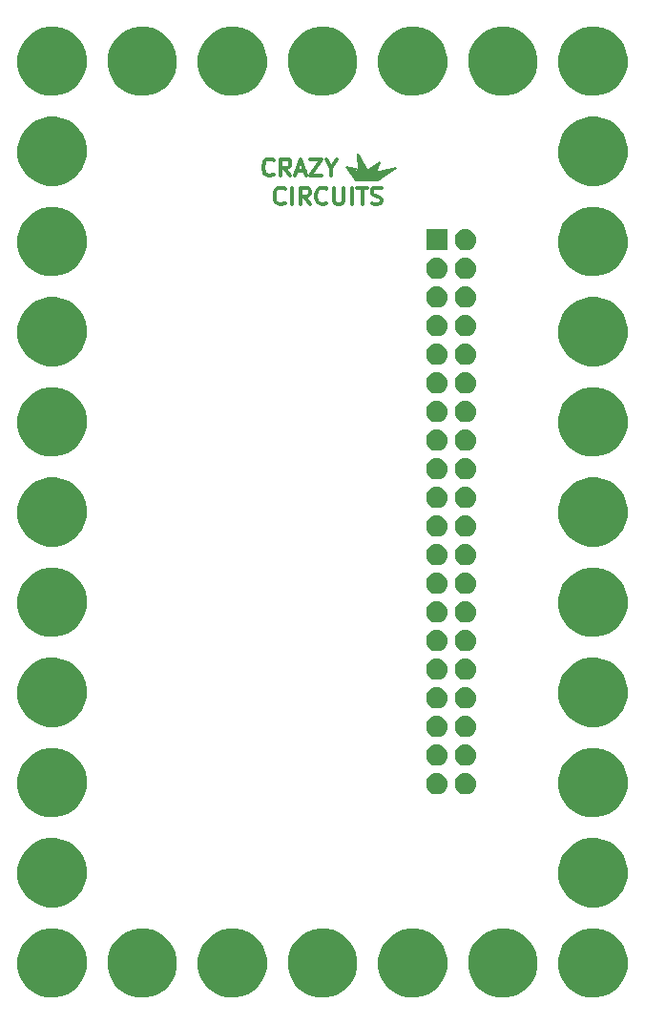
<source format=gts>
%TF.GenerationSoftware,KiCad,Pcbnew,4.0.7-e2-6376~58~ubuntu16.04.1*%
%TF.CreationDate,2018-05-12T15:05:11-07:00*%
%TF.ProjectId,7x11-RasPi-Zero-Breakout,377831312D52617350692D5A65726F2D,1.0*%
%TF.FileFunction,Soldermask,Top*%
%FSLAX46Y46*%
G04 Gerber Fmt 4.6, Leading zero omitted, Abs format (unit mm)*
G04 Created by KiCad (PCBNEW 4.0.7-e2-6376~58~ubuntu16.04.1) date Sat May 12 15:05:11 2018*
%MOMM*%
%LPD*%
G01*
G04 APERTURE LIST*
%ADD10C,0.350000*%
%ADD11C,0.300000*%
%ADD12C,0.152400*%
%ADD13C,0.254000*%
G04 APERTURE END LIST*
D10*
D11*
X29960572Y-53621714D02*
X29889143Y-53693143D01*
X29674857Y-53764571D01*
X29532000Y-53764571D01*
X29317715Y-53693143D01*
X29174857Y-53550286D01*
X29103429Y-53407429D01*
X29032000Y-53121714D01*
X29032000Y-52907429D01*
X29103429Y-52621714D01*
X29174857Y-52478857D01*
X29317715Y-52336000D01*
X29532000Y-52264571D01*
X29674857Y-52264571D01*
X29889143Y-52336000D01*
X29960572Y-52407429D01*
X30603429Y-53764571D02*
X30603429Y-52264571D01*
X32174858Y-53764571D02*
X31674858Y-53050286D01*
X31317715Y-53764571D02*
X31317715Y-52264571D01*
X31889143Y-52264571D01*
X32032001Y-52336000D01*
X32103429Y-52407429D01*
X32174858Y-52550286D01*
X32174858Y-52764571D01*
X32103429Y-52907429D01*
X32032001Y-52978857D01*
X31889143Y-53050286D01*
X31317715Y-53050286D01*
X33674858Y-53621714D02*
X33603429Y-53693143D01*
X33389143Y-53764571D01*
X33246286Y-53764571D01*
X33032001Y-53693143D01*
X32889143Y-53550286D01*
X32817715Y-53407429D01*
X32746286Y-53121714D01*
X32746286Y-52907429D01*
X32817715Y-52621714D01*
X32889143Y-52478857D01*
X33032001Y-52336000D01*
X33246286Y-52264571D01*
X33389143Y-52264571D01*
X33603429Y-52336000D01*
X33674858Y-52407429D01*
X34317715Y-52264571D02*
X34317715Y-53478857D01*
X34389143Y-53621714D01*
X34460572Y-53693143D01*
X34603429Y-53764571D01*
X34889143Y-53764571D01*
X35032001Y-53693143D01*
X35103429Y-53621714D01*
X35174858Y-53478857D01*
X35174858Y-52264571D01*
X35889144Y-53764571D02*
X35889144Y-52264571D01*
X36389144Y-52264571D02*
X37246287Y-52264571D01*
X36817716Y-53764571D02*
X36817716Y-52264571D01*
X37674858Y-53693143D02*
X37889144Y-53764571D01*
X38246287Y-53764571D01*
X38389144Y-53693143D01*
X38460573Y-53621714D01*
X38532001Y-53478857D01*
X38532001Y-53336000D01*
X38460573Y-53193143D01*
X38389144Y-53121714D01*
X38246287Y-53050286D01*
X37960573Y-52978857D01*
X37817715Y-52907429D01*
X37746287Y-52836000D01*
X37674858Y-52693143D01*
X37674858Y-52550286D01*
X37746287Y-52407429D01*
X37817715Y-52336000D01*
X37960573Y-52264571D01*
X38317715Y-52264571D01*
X38532001Y-52336000D01*
X28956287Y-51081714D02*
X28884858Y-51153143D01*
X28670572Y-51224571D01*
X28527715Y-51224571D01*
X28313430Y-51153143D01*
X28170572Y-51010286D01*
X28099144Y-50867429D01*
X28027715Y-50581714D01*
X28027715Y-50367429D01*
X28099144Y-50081714D01*
X28170572Y-49938857D01*
X28313430Y-49796000D01*
X28527715Y-49724571D01*
X28670572Y-49724571D01*
X28884858Y-49796000D01*
X28956287Y-49867429D01*
X30456287Y-51224571D02*
X29956287Y-50510286D01*
X29599144Y-51224571D02*
X29599144Y-49724571D01*
X30170572Y-49724571D01*
X30313430Y-49796000D01*
X30384858Y-49867429D01*
X30456287Y-50010286D01*
X30456287Y-50224571D01*
X30384858Y-50367429D01*
X30313430Y-50438857D01*
X30170572Y-50510286D01*
X29599144Y-50510286D01*
X31027715Y-50796000D02*
X31742001Y-50796000D01*
X30884858Y-51224571D02*
X31384858Y-49724571D01*
X31884858Y-51224571D01*
X32242001Y-49724571D02*
X33242001Y-49724571D01*
X32242001Y-51224571D01*
X33242001Y-51224571D01*
X34099143Y-50510286D02*
X34099143Y-51224571D01*
X33599143Y-49724571D02*
X34099143Y-50510286D01*
X34599143Y-49724571D01*
D12*
X39370000Y-50609500D02*
X38227000Y-51562000D01*
X38036500Y-51562000D02*
X39370000Y-50609500D01*
X38989000Y-50736500D02*
X38036500Y-51562000D01*
X37909500Y-51498500D02*
X38989000Y-50736500D01*
X38798500Y-50800000D02*
X37909500Y-51498500D01*
X37655500Y-51562000D02*
X38798500Y-50800000D01*
X38481000Y-50927000D02*
X37655500Y-51562000D01*
X37528500Y-51498500D02*
X38481000Y-50927000D01*
X38290500Y-50927000D02*
X37528500Y-51498500D01*
X37528500Y-51371500D02*
X38290500Y-50927000D01*
X38036500Y-50927000D02*
X37528500Y-51371500D01*
X37465000Y-51244500D02*
X38036500Y-50927000D01*
X38036500Y-50736500D02*
X37465000Y-51244500D01*
X38036500Y-50609500D02*
X37401500Y-51117500D01*
X38163500Y-50419000D02*
X37338000Y-50990500D01*
X38163500Y-50292000D02*
X37338000Y-50863500D01*
D13*
X36322000Y-51498500D02*
X35687000Y-50609500D01*
D12*
X38227000Y-51625500D02*
X36258500Y-51625500D01*
X39814500Y-50482500D02*
X38227000Y-51625500D01*
X38036500Y-50927000D02*
X39814500Y-50482500D01*
X38354000Y-50038000D02*
X38036500Y-50927000D01*
X37274500Y-50736500D02*
X38354000Y-50038000D01*
X36449000Y-49276000D02*
X37274500Y-50800000D01*
X36512500Y-50673000D02*
X36449000Y-49276000D01*
X35433000Y-50419000D02*
X36512500Y-50673000D01*
X36258500Y-51625500D02*
X35433000Y-50419000D01*
D13*
X36512500Y-51498500D02*
X35877500Y-50609500D01*
X36703000Y-51498500D02*
X36131500Y-50673000D01*
X36830000Y-51498500D02*
X36385500Y-50736500D01*
X37084000Y-51498500D02*
X36639500Y-50673000D01*
X37274500Y-51498500D02*
X36703000Y-50419000D01*
X37465000Y-51498500D02*
X36576000Y-49784000D01*
X36639500Y-50482500D02*
X36576000Y-49657000D01*
D10*
G36*
X25627110Y-117971847D02*
X26218055Y-118093151D01*
X26774198Y-118326932D01*
X27274334Y-118664278D01*
X27699421Y-119092343D01*
X28033266Y-119594821D01*
X28263156Y-120152576D01*
X28380264Y-120744014D01*
X28380264Y-120744024D01*
X28380331Y-120744363D01*
X28370710Y-121433416D01*
X28370633Y-121433754D01*
X28370633Y-121433762D01*
X28237057Y-122021701D01*
X27991685Y-122572816D01*
X27643937Y-123065778D01*
X27207062Y-123481809D01*
X26697700Y-123805061D01*
X26135254Y-124023219D01*
X25541147Y-124127976D01*
X24938003Y-124115342D01*
X24348800Y-123985797D01*
X23795982Y-123744277D01*
X23300607Y-123399982D01*
X22881537Y-122966023D01*
X22554738Y-122458930D01*
X22332656Y-121898014D01*
X22223755Y-121304658D01*
X22232177Y-120701441D01*
X22357606Y-120111347D01*
X22595259Y-119556858D01*
X22936091Y-119059088D01*
X23367112Y-118637000D01*
X23871913Y-118306668D01*
X24431259Y-118080677D01*
X25023845Y-117967636D01*
X25627110Y-117971847D01*
X25627110Y-117971847D01*
G37*
G36*
X17627110Y-117971847D02*
X18218055Y-118093151D01*
X18774198Y-118326932D01*
X19274334Y-118664278D01*
X19699421Y-119092343D01*
X20033266Y-119594821D01*
X20263156Y-120152576D01*
X20380264Y-120744014D01*
X20380264Y-120744024D01*
X20380331Y-120744363D01*
X20370710Y-121433416D01*
X20370633Y-121433754D01*
X20370633Y-121433762D01*
X20237057Y-122021701D01*
X19991685Y-122572816D01*
X19643937Y-123065778D01*
X19207062Y-123481809D01*
X18697700Y-123805061D01*
X18135254Y-124023219D01*
X17541147Y-124127976D01*
X16938003Y-124115342D01*
X16348800Y-123985797D01*
X15795982Y-123744277D01*
X15300607Y-123399982D01*
X14881537Y-122966023D01*
X14554738Y-122458930D01*
X14332656Y-121898014D01*
X14223755Y-121304658D01*
X14232177Y-120701441D01*
X14357606Y-120111347D01*
X14595259Y-119556858D01*
X14936091Y-119059088D01*
X15367112Y-118637000D01*
X15871913Y-118306668D01*
X16431259Y-118080677D01*
X17023845Y-117967636D01*
X17627110Y-117971847D01*
X17627110Y-117971847D01*
G37*
G36*
X9627110Y-117971847D02*
X10218055Y-118093151D01*
X10774198Y-118326932D01*
X11274334Y-118664278D01*
X11699421Y-119092343D01*
X12033266Y-119594821D01*
X12263156Y-120152576D01*
X12380264Y-120744014D01*
X12380264Y-120744024D01*
X12380331Y-120744363D01*
X12370710Y-121433416D01*
X12370633Y-121433754D01*
X12370633Y-121433762D01*
X12237057Y-122021701D01*
X11991685Y-122572816D01*
X11643937Y-123065778D01*
X11207062Y-123481809D01*
X10697700Y-123805061D01*
X10135254Y-124023219D01*
X9541147Y-124127976D01*
X8938003Y-124115342D01*
X8348800Y-123985797D01*
X7795982Y-123744277D01*
X7300607Y-123399982D01*
X6881537Y-122966023D01*
X6554738Y-122458930D01*
X6332656Y-121898014D01*
X6223755Y-121304658D01*
X6232177Y-120701441D01*
X6357606Y-120111347D01*
X6595259Y-119556858D01*
X6936091Y-119059088D01*
X7367112Y-118637000D01*
X7871913Y-118306668D01*
X8431259Y-118080677D01*
X9023845Y-117967636D01*
X9627110Y-117971847D01*
X9627110Y-117971847D01*
G37*
G36*
X57626110Y-117971847D02*
X58217055Y-118093151D01*
X58773198Y-118326932D01*
X59273334Y-118664278D01*
X59698421Y-119092343D01*
X60032266Y-119594821D01*
X60262156Y-120152576D01*
X60379264Y-120744014D01*
X60379264Y-120744024D01*
X60379331Y-120744363D01*
X60369710Y-121433416D01*
X60369633Y-121433754D01*
X60369633Y-121433762D01*
X60236057Y-122021701D01*
X59990685Y-122572816D01*
X59642937Y-123065778D01*
X59206062Y-123481809D01*
X58696700Y-123805061D01*
X58134254Y-124023219D01*
X57540147Y-124127976D01*
X56937003Y-124115342D01*
X56347800Y-123985797D01*
X55794982Y-123744277D01*
X55299607Y-123399982D01*
X54880537Y-122966023D01*
X54553738Y-122458930D01*
X54331656Y-121898014D01*
X54222755Y-121304658D01*
X54231177Y-120701441D01*
X54356606Y-120111347D01*
X54594259Y-119556858D01*
X54935091Y-119059088D01*
X55366112Y-118637000D01*
X55870913Y-118306668D01*
X56430259Y-118080677D01*
X57022845Y-117967636D01*
X57626110Y-117971847D01*
X57626110Y-117971847D01*
G37*
G36*
X41627110Y-117971847D02*
X42218055Y-118093151D01*
X42774198Y-118326932D01*
X43274334Y-118664278D01*
X43699421Y-119092343D01*
X44033266Y-119594821D01*
X44263156Y-120152576D01*
X44380264Y-120744014D01*
X44380264Y-120744024D01*
X44380331Y-120744363D01*
X44370710Y-121433416D01*
X44370633Y-121433754D01*
X44370633Y-121433762D01*
X44237057Y-122021701D01*
X43991685Y-122572816D01*
X43643937Y-123065778D01*
X43207062Y-123481809D01*
X42697700Y-123805061D01*
X42135254Y-124023219D01*
X41541147Y-124127976D01*
X40938003Y-124115342D01*
X40348800Y-123985797D01*
X39795982Y-123744277D01*
X39300607Y-123399982D01*
X38881537Y-122966023D01*
X38554738Y-122458930D01*
X38332656Y-121898014D01*
X38223755Y-121304658D01*
X38232177Y-120701441D01*
X38357606Y-120111347D01*
X38595259Y-119556858D01*
X38936091Y-119059088D01*
X39367112Y-118637000D01*
X39871913Y-118306668D01*
X40431259Y-118080677D01*
X41023845Y-117967636D01*
X41627110Y-117971847D01*
X41627110Y-117971847D01*
G37*
G36*
X33627110Y-117971847D02*
X34218055Y-118093151D01*
X34774198Y-118326932D01*
X35274334Y-118664278D01*
X35699421Y-119092343D01*
X36033266Y-119594821D01*
X36263156Y-120152576D01*
X36380264Y-120744014D01*
X36380264Y-120744024D01*
X36380331Y-120744363D01*
X36370710Y-121433416D01*
X36370633Y-121433754D01*
X36370633Y-121433762D01*
X36237057Y-122021701D01*
X35991685Y-122572816D01*
X35643937Y-123065778D01*
X35207062Y-123481809D01*
X34697700Y-123805061D01*
X34135254Y-124023219D01*
X33541147Y-124127976D01*
X32938003Y-124115342D01*
X32348800Y-123985797D01*
X31795982Y-123744277D01*
X31300607Y-123399982D01*
X30881537Y-122966023D01*
X30554738Y-122458930D01*
X30332656Y-121898014D01*
X30223755Y-121304658D01*
X30232177Y-120701441D01*
X30357606Y-120111347D01*
X30595259Y-119556858D01*
X30936091Y-119059088D01*
X31367112Y-118637000D01*
X31871913Y-118306668D01*
X32431259Y-118080677D01*
X33023845Y-117967636D01*
X33627110Y-117971847D01*
X33627110Y-117971847D01*
G37*
G36*
X49627110Y-117971847D02*
X50218055Y-118093151D01*
X50774198Y-118326932D01*
X51274334Y-118664278D01*
X51699421Y-119092343D01*
X52033266Y-119594821D01*
X52263156Y-120152576D01*
X52380264Y-120744014D01*
X52380264Y-120744024D01*
X52380331Y-120744363D01*
X52370710Y-121433416D01*
X52370633Y-121433754D01*
X52370633Y-121433762D01*
X52237057Y-122021701D01*
X51991685Y-122572816D01*
X51643937Y-123065778D01*
X51207062Y-123481809D01*
X50697700Y-123805061D01*
X50135254Y-124023219D01*
X49541147Y-124127976D01*
X48938003Y-124115342D01*
X48348800Y-123985797D01*
X47795982Y-123744277D01*
X47300607Y-123399982D01*
X46881537Y-122966023D01*
X46554738Y-122458930D01*
X46332656Y-121898014D01*
X46223755Y-121304658D01*
X46232177Y-120701441D01*
X46357606Y-120111347D01*
X46595259Y-119556858D01*
X46936091Y-119059088D01*
X47367112Y-118637000D01*
X47871913Y-118306668D01*
X48431259Y-118080677D01*
X49023845Y-117967636D01*
X49627110Y-117971847D01*
X49627110Y-117971847D01*
G37*
G36*
X57627110Y-109971847D02*
X58218055Y-110093151D01*
X58774198Y-110326932D01*
X59274334Y-110664278D01*
X59699421Y-111092343D01*
X60033266Y-111594821D01*
X60263156Y-112152576D01*
X60380264Y-112744014D01*
X60380264Y-112744024D01*
X60380331Y-112744363D01*
X60370710Y-113433416D01*
X60370633Y-113433754D01*
X60370633Y-113433762D01*
X60237057Y-114021701D01*
X59991685Y-114572816D01*
X59643937Y-115065778D01*
X59207062Y-115481809D01*
X58697700Y-115805061D01*
X58135254Y-116023219D01*
X57541147Y-116127976D01*
X56938003Y-116115342D01*
X56348800Y-115985797D01*
X55795982Y-115744277D01*
X55300607Y-115399982D01*
X54881537Y-114966023D01*
X54554738Y-114458930D01*
X54332656Y-113898014D01*
X54223755Y-113304658D01*
X54232177Y-112701441D01*
X54357606Y-112111347D01*
X54595259Y-111556858D01*
X54936091Y-111059088D01*
X55367112Y-110637000D01*
X55871913Y-110306668D01*
X56431259Y-110080677D01*
X57023845Y-109967636D01*
X57627110Y-109971847D01*
X57627110Y-109971847D01*
G37*
G36*
X9627110Y-109971847D02*
X10218055Y-110093151D01*
X10774198Y-110326932D01*
X11274334Y-110664278D01*
X11699421Y-111092343D01*
X12033266Y-111594821D01*
X12263156Y-112152576D01*
X12380264Y-112744014D01*
X12380264Y-112744024D01*
X12380331Y-112744363D01*
X12370710Y-113433416D01*
X12370633Y-113433754D01*
X12370633Y-113433762D01*
X12237057Y-114021701D01*
X11991685Y-114572816D01*
X11643937Y-115065778D01*
X11207062Y-115481809D01*
X10697700Y-115805061D01*
X10135254Y-116023219D01*
X9541147Y-116127976D01*
X8938003Y-116115342D01*
X8348800Y-115985797D01*
X7795982Y-115744277D01*
X7300607Y-115399982D01*
X6881537Y-114966023D01*
X6554738Y-114458930D01*
X6332656Y-113898014D01*
X6223755Y-113304658D01*
X6232177Y-112701441D01*
X6357606Y-112111347D01*
X6595259Y-111556858D01*
X6936091Y-111059088D01*
X7367112Y-110637000D01*
X7871913Y-110306668D01*
X8431259Y-110080677D01*
X9023845Y-109967636D01*
X9627110Y-109971847D01*
X9627110Y-109971847D01*
G37*
G36*
X57627110Y-101971847D02*
X58218055Y-102093151D01*
X58774198Y-102326932D01*
X59274334Y-102664278D01*
X59699421Y-103092343D01*
X60033266Y-103594821D01*
X60263156Y-104152576D01*
X60380264Y-104744014D01*
X60380264Y-104744024D01*
X60380331Y-104744363D01*
X60370710Y-105433416D01*
X60370633Y-105433754D01*
X60370633Y-105433762D01*
X60237057Y-106021701D01*
X59991685Y-106572816D01*
X59643937Y-107065778D01*
X59207062Y-107481809D01*
X58697700Y-107805061D01*
X58135254Y-108023219D01*
X57541147Y-108127976D01*
X56938003Y-108115342D01*
X56348800Y-107985797D01*
X55795982Y-107744277D01*
X55300607Y-107399982D01*
X54881537Y-106966023D01*
X54554738Y-106458930D01*
X54332656Y-105898014D01*
X54223755Y-105304658D01*
X54232177Y-104701441D01*
X54357606Y-104111347D01*
X54595259Y-103556858D01*
X54936091Y-103059088D01*
X55367112Y-102637000D01*
X55871913Y-102306668D01*
X56431259Y-102080677D01*
X57023845Y-101967636D01*
X57627110Y-101971847D01*
X57627110Y-101971847D01*
G37*
G36*
X9627110Y-101971847D02*
X10218055Y-102093151D01*
X10774198Y-102326932D01*
X11274334Y-102664278D01*
X11699421Y-103092343D01*
X12033266Y-103594821D01*
X12263156Y-104152576D01*
X12380264Y-104744014D01*
X12380264Y-104744024D01*
X12380331Y-104744363D01*
X12370710Y-105433416D01*
X12370633Y-105433754D01*
X12370633Y-105433762D01*
X12237057Y-106021701D01*
X11991685Y-106572816D01*
X11643937Y-107065778D01*
X11207062Y-107481809D01*
X10697700Y-107805061D01*
X10135254Y-108023219D01*
X9541147Y-108127976D01*
X8938003Y-108115342D01*
X8348800Y-107985797D01*
X7795982Y-107744277D01*
X7300607Y-107399982D01*
X6881537Y-106966023D01*
X6554738Y-106458930D01*
X6332656Y-105898014D01*
X6223755Y-105304658D01*
X6232177Y-104701441D01*
X6357606Y-104111347D01*
X6595259Y-103556858D01*
X6936091Y-103059088D01*
X7367112Y-102637000D01*
X7871913Y-102306668D01*
X8431259Y-102080677D01*
X9023845Y-101967636D01*
X9627110Y-101971847D01*
X9627110Y-101971847D01*
G37*
G36*
X43449612Y-104216277D02*
X43449617Y-104216278D01*
X43451669Y-104216292D01*
X43633942Y-104236737D01*
X43808774Y-104292197D01*
X43969503Y-104380558D01*
X44110008Y-104498456D01*
X44224938Y-104641400D01*
X44309914Y-104803945D01*
X44361701Y-104979899D01*
X44361704Y-104979935D01*
X44361707Y-104979944D01*
X44378326Y-105162558D01*
X44359158Y-105344926D01*
X44359156Y-105344931D01*
X44359152Y-105344973D01*
X44304914Y-105520187D01*
X44217677Y-105681529D01*
X44100762Y-105822855D01*
X43958624Y-105938779D01*
X43796677Y-106024888D01*
X43621088Y-106077902D01*
X43438547Y-106095800D01*
X43429420Y-106095800D01*
X43418388Y-106095723D01*
X43418383Y-106095722D01*
X43416331Y-106095708D01*
X43234058Y-106075263D01*
X43059226Y-106019803D01*
X42898497Y-105931442D01*
X42757992Y-105813544D01*
X42643062Y-105670600D01*
X42558086Y-105508055D01*
X42506299Y-105332101D01*
X42506296Y-105332065D01*
X42506293Y-105332056D01*
X42489674Y-105149442D01*
X42508842Y-104967074D01*
X42508844Y-104967069D01*
X42508848Y-104967027D01*
X42563086Y-104791813D01*
X42650323Y-104630471D01*
X42767238Y-104489145D01*
X42909376Y-104373221D01*
X43071323Y-104287112D01*
X43246912Y-104234098D01*
X43429453Y-104216200D01*
X43438580Y-104216200D01*
X43449612Y-104216277D01*
X43449612Y-104216277D01*
G37*
G36*
X45989612Y-104216277D02*
X45989617Y-104216278D01*
X45991669Y-104216292D01*
X46173942Y-104236737D01*
X46348774Y-104292197D01*
X46509503Y-104380558D01*
X46650008Y-104498456D01*
X46764938Y-104641400D01*
X46849914Y-104803945D01*
X46901701Y-104979899D01*
X46901704Y-104979935D01*
X46901707Y-104979944D01*
X46918326Y-105162558D01*
X46899158Y-105344926D01*
X46899156Y-105344931D01*
X46899152Y-105344973D01*
X46844914Y-105520187D01*
X46757677Y-105681529D01*
X46640762Y-105822855D01*
X46498624Y-105938779D01*
X46336677Y-106024888D01*
X46161088Y-106077902D01*
X45978547Y-106095800D01*
X45969420Y-106095800D01*
X45958388Y-106095723D01*
X45958383Y-106095722D01*
X45956331Y-106095708D01*
X45774058Y-106075263D01*
X45599226Y-106019803D01*
X45438497Y-105931442D01*
X45297992Y-105813544D01*
X45183062Y-105670600D01*
X45098086Y-105508055D01*
X45046299Y-105332101D01*
X45046296Y-105332065D01*
X45046293Y-105332056D01*
X45029674Y-105149442D01*
X45048842Y-104967074D01*
X45048844Y-104967069D01*
X45048848Y-104967027D01*
X45103086Y-104791813D01*
X45190323Y-104630471D01*
X45307238Y-104489145D01*
X45449376Y-104373221D01*
X45611323Y-104287112D01*
X45786912Y-104234098D01*
X45969453Y-104216200D01*
X45978580Y-104216200D01*
X45989612Y-104216277D01*
X45989612Y-104216277D01*
G37*
G36*
X45989612Y-101676277D02*
X45989617Y-101676278D01*
X45991669Y-101676292D01*
X46173942Y-101696737D01*
X46348774Y-101752197D01*
X46509503Y-101840558D01*
X46650008Y-101958456D01*
X46764938Y-102101400D01*
X46849914Y-102263945D01*
X46901701Y-102439899D01*
X46901704Y-102439935D01*
X46901707Y-102439944D01*
X46918326Y-102622558D01*
X46899158Y-102804926D01*
X46899156Y-102804931D01*
X46899152Y-102804973D01*
X46844914Y-102980187D01*
X46757677Y-103141529D01*
X46640762Y-103282855D01*
X46498624Y-103398779D01*
X46336677Y-103484888D01*
X46161088Y-103537902D01*
X45978547Y-103555800D01*
X45969420Y-103555800D01*
X45958388Y-103555723D01*
X45958383Y-103555722D01*
X45956331Y-103555708D01*
X45774058Y-103535263D01*
X45599226Y-103479803D01*
X45438497Y-103391442D01*
X45297992Y-103273544D01*
X45183062Y-103130600D01*
X45098086Y-102968055D01*
X45046299Y-102792101D01*
X45046296Y-102792065D01*
X45046293Y-102792056D01*
X45029674Y-102609442D01*
X45048842Y-102427074D01*
X45048844Y-102427069D01*
X45048848Y-102427027D01*
X45103086Y-102251813D01*
X45190323Y-102090471D01*
X45307238Y-101949145D01*
X45449376Y-101833221D01*
X45611323Y-101747112D01*
X45786912Y-101694098D01*
X45969453Y-101676200D01*
X45978580Y-101676200D01*
X45989612Y-101676277D01*
X45989612Y-101676277D01*
G37*
G36*
X43449612Y-101676277D02*
X43449617Y-101676278D01*
X43451669Y-101676292D01*
X43633942Y-101696737D01*
X43808774Y-101752197D01*
X43969503Y-101840558D01*
X44110008Y-101958456D01*
X44224938Y-102101400D01*
X44309914Y-102263945D01*
X44361701Y-102439899D01*
X44361704Y-102439935D01*
X44361707Y-102439944D01*
X44378326Y-102622558D01*
X44359158Y-102804926D01*
X44359156Y-102804931D01*
X44359152Y-102804973D01*
X44304914Y-102980187D01*
X44217677Y-103141529D01*
X44100762Y-103282855D01*
X43958624Y-103398779D01*
X43796677Y-103484888D01*
X43621088Y-103537902D01*
X43438547Y-103555800D01*
X43429420Y-103555800D01*
X43418388Y-103555723D01*
X43418383Y-103555722D01*
X43416331Y-103555708D01*
X43234058Y-103535263D01*
X43059226Y-103479803D01*
X42898497Y-103391442D01*
X42757992Y-103273544D01*
X42643062Y-103130600D01*
X42558086Y-102968055D01*
X42506299Y-102792101D01*
X42506296Y-102792065D01*
X42506293Y-102792056D01*
X42489674Y-102609442D01*
X42508842Y-102427074D01*
X42508844Y-102427069D01*
X42508848Y-102427027D01*
X42563086Y-102251813D01*
X42650323Y-102090471D01*
X42767238Y-101949145D01*
X42909376Y-101833221D01*
X43071323Y-101747112D01*
X43246912Y-101694098D01*
X43429453Y-101676200D01*
X43438580Y-101676200D01*
X43449612Y-101676277D01*
X43449612Y-101676277D01*
G37*
G36*
X45989612Y-99136277D02*
X45989617Y-99136278D01*
X45991669Y-99136292D01*
X46173942Y-99156737D01*
X46348774Y-99212197D01*
X46509503Y-99300558D01*
X46650008Y-99418456D01*
X46764938Y-99561400D01*
X46849914Y-99723945D01*
X46901701Y-99899899D01*
X46901704Y-99899935D01*
X46901707Y-99899944D01*
X46918326Y-100082558D01*
X46899158Y-100264926D01*
X46899156Y-100264931D01*
X46899152Y-100264973D01*
X46844914Y-100440187D01*
X46757677Y-100601529D01*
X46640762Y-100742855D01*
X46498624Y-100858779D01*
X46336677Y-100944888D01*
X46161088Y-100997902D01*
X45978547Y-101015800D01*
X45969420Y-101015800D01*
X45958388Y-101015723D01*
X45958383Y-101015722D01*
X45956331Y-101015708D01*
X45774058Y-100995263D01*
X45599226Y-100939803D01*
X45438497Y-100851442D01*
X45297992Y-100733544D01*
X45183062Y-100590600D01*
X45098086Y-100428055D01*
X45046299Y-100252101D01*
X45046296Y-100252065D01*
X45046293Y-100252056D01*
X45029674Y-100069442D01*
X45048842Y-99887074D01*
X45048844Y-99887069D01*
X45048848Y-99887027D01*
X45103086Y-99711813D01*
X45190323Y-99550471D01*
X45307238Y-99409145D01*
X45449376Y-99293221D01*
X45611323Y-99207112D01*
X45786912Y-99154098D01*
X45969453Y-99136200D01*
X45978580Y-99136200D01*
X45989612Y-99136277D01*
X45989612Y-99136277D01*
G37*
G36*
X43449612Y-99136277D02*
X43449617Y-99136278D01*
X43451669Y-99136292D01*
X43633942Y-99156737D01*
X43808774Y-99212197D01*
X43969503Y-99300558D01*
X44110008Y-99418456D01*
X44224938Y-99561400D01*
X44309914Y-99723945D01*
X44361701Y-99899899D01*
X44361704Y-99899935D01*
X44361707Y-99899944D01*
X44378326Y-100082558D01*
X44359158Y-100264926D01*
X44359156Y-100264931D01*
X44359152Y-100264973D01*
X44304914Y-100440187D01*
X44217677Y-100601529D01*
X44100762Y-100742855D01*
X43958624Y-100858779D01*
X43796677Y-100944888D01*
X43621088Y-100997902D01*
X43438547Y-101015800D01*
X43429420Y-101015800D01*
X43418388Y-101015723D01*
X43418383Y-101015722D01*
X43416331Y-101015708D01*
X43234058Y-100995263D01*
X43059226Y-100939803D01*
X42898497Y-100851442D01*
X42757992Y-100733544D01*
X42643062Y-100590600D01*
X42558086Y-100428055D01*
X42506299Y-100252101D01*
X42506296Y-100252065D01*
X42506293Y-100252056D01*
X42489674Y-100069442D01*
X42508842Y-99887074D01*
X42508844Y-99887069D01*
X42508848Y-99887027D01*
X42563086Y-99711813D01*
X42650323Y-99550471D01*
X42767238Y-99409145D01*
X42909376Y-99293221D01*
X43071323Y-99207112D01*
X43246912Y-99154098D01*
X43429453Y-99136200D01*
X43438580Y-99136200D01*
X43449612Y-99136277D01*
X43449612Y-99136277D01*
G37*
G36*
X9627110Y-93971847D02*
X10218055Y-94093151D01*
X10774198Y-94326932D01*
X11274334Y-94664278D01*
X11699421Y-95092343D01*
X12033266Y-95594821D01*
X12263156Y-96152576D01*
X12380264Y-96744014D01*
X12380264Y-96744024D01*
X12380331Y-96744363D01*
X12370710Y-97433416D01*
X12370633Y-97433754D01*
X12370633Y-97433762D01*
X12237057Y-98021701D01*
X11991685Y-98572816D01*
X11643937Y-99065778D01*
X11207062Y-99481809D01*
X10697700Y-99805061D01*
X10135254Y-100023219D01*
X9541147Y-100127976D01*
X8938003Y-100115342D01*
X8348800Y-99985797D01*
X7795982Y-99744277D01*
X7300607Y-99399982D01*
X6881537Y-98966023D01*
X6554738Y-98458930D01*
X6332656Y-97898014D01*
X6223755Y-97304658D01*
X6232177Y-96701441D01*
X6357606Y-96111347D01*
X6595259Y-95556858D01*
X6936091Y-95059088D01*
X7367112Y-94637000D01*
X7871913Y-94306668D01*
X8431259Y-94080677D01*
X9023845Y-93967636D01*
X9627110Y-93971847D01*
X9627110Y-93971847D01*
G37*
G36*
X57627110Y-93971847D02*
X58218055Y-94093151D01*
X58774198Y-94326932D01*
X59274334Y-94664278D01*
X59699421Y-95092343D01*
X60033266Y-95594821D01*
X60263156Y-96152576D01*
X60380264Y-96744014D01*
X60380264Y-96744024D01*
X60380331Y-96744363D01*
X60370710Y-97433416D01*
X60370633Y-97433754D01*
X60370633Y-97433762D01*
X60237057Y-98021701D01*
X59991685Y-98572816D01*
X59643937Y-99065778D01*
X59207062Y-99481809D01*
X58697700Y-99805061D01*
X58135254Y-100023219D01*
X57541147Y-100127976D01*
X56938003Y-100115342D01*
X56348800Y-99985797D01*
X55795982Y-99744277D01*
X55300607Y-99399982D01*
X54881537Y-98966023D01*
X54554738Y-98458930D01*
X54332656Y-97898014D01*
X54223755Y-97304658D01*
X54232177Y-96701441D01*
X54357606Y-96111347D01*
X54595259Y-95556858D01*
X54936091Y-95059088D01*
X55367112Y-94637000D01*
X55871913Y-94306668D01*
X56431259Y-94080677D01*
X57023845Y-93967636D01*
X57627110Y-93971847D01*
X57627110Y-93971847D01*
G37*
G36*
X45989612Y-96596277D02*
X45989617Y-96596278D01*
X45991669Y-96596292D01*
X46173942Y-96616737D01*
X46348774Y-96672197D01*
X46509503Y-96760558D01*
X46650008Y-96878456D01*
X46764938Y-97021400D01*
X46849914Y-97183945D01*
X46901701Y-97359899D01*
X46901704Y-97359935D01*
X46901707Y-97359944D01*
X46918326Y-97542558D01*
X46899158Y-97724926D01*
X46899156Y-97724931D01*
X46899152Y-97724973D01*
X46844914Y-97900187D01*
X46757677Y-98061529D01*
X46640762Y-98202855D01*
X46498624Y-98318779D01*
X46336677Y-98404888D01*
X46161088Y-98457902D01*
X45978547Y-98475800D01*
X45969420Y-98475800D01*
X45958388Y-98475723D01*
X45958383Y-98475722D01*
X45956331Y-98475708D01*
X45774058Y-98455263D01*
X45599226Y-98399803D01*
X45438497Y-98311442D01*
X45297992Y-98193544D01*
X45183062Y-98050600D01*
X45098086Y-97888055D01*
X45046299Y-97712101D01*
X45046296Y-97712065D01*
X45046293Y-97712056D01*
X45029674Y-97529442D01*
X45048842Y-97347074D01*
X45048844Y-97347069D01*
X45048848Y-97347027D01*
X45103086Y-97171813D01*
X45190323Y-97010471D01*
X45307238Y-96869145D01*
X45449376Y-96753221D01*
X45611323Y-96667112D01*
X45786912Y-96614098D01*
X45969453Y-96596200D01*
X45978580Y-96596200D01*
X45989612Y-96596277D01*
X45989612Y-96596277D01*
G37*
G36*
X43449612Y-96596277D02*
X43449617Y-96596278D01*
X43451669Y-96596292D01*
X43633942Y-96616737D01*
X43808774Y-96672197D01*
X43969503Y-96760558D01*
X44110008Y-96878456D01*
X44224938Y-97021400D01*
X44309914Y-97183945D01*
X44361701Y-97359899D01*
X44361704Y-97359935D01*
X44361707Y-97359944D01*
X44378326Y-97542558D01*
X44359158Y-97724926D01*
X44359156Y-97724931D01*
X44359152Y-97724973D01*
X44304914Y-97900187D01*
X44217677Y-98061529D01*
X44100762Y-98202855D01*
X43958624Y-98318779D01*
X43796677Y-98404888D01*
X43621088Y-98457902D01*
X43438547Y-98475800D01*
X43429420Y-98475800D01*
X43418388Y-98475723D01*
X43418383Y-98475722D01*
X43416331Y-98475708D01*
X43234058Y-98455263D01*
X43059226Y-98399803D01*
X42898497Y-98311442D01*
X42757992Y-98193544D01*
X42643062Y-98050600D01*
X42558086Y-97888055D01*
X42506299Y-97712101D01*
X42506296Y-97712065D01*
X42506293Y-97712056D01*
X42489674Y-97529442D01*
X42508842Y-97347074D01*
X42508844Y-97347069D01*
X42508848Y-97347027D01*
X42563086Y-97171813D01*
X42650323Y-97010471D01*
X42767238Y-96869145D01*
X42909376Y-96753221D01*
X43071323Y-96667112D01*
X43246912Y-96614098D01*
X43429453Y-96596200D01*
X43438580Y-96596200D01*
X43449612Y-96596277D01*
X43449612Y-96596277D01*
G37*
G36*
X45989612Y-94056277D02*
X45989617Y-94056278D01*
X45991669Y-94056292D01*
X46173942Y-94076737D01*
X46348774Y-94132197D01*
X46509503Y-94220558D01*
X46650008Y-94338456D01*
X46764938Y-94481400D01*
X46849914Y-94643945D01*
X46901701Y-94819899D01*
X46901704Y-94819935D01*
X46901707Y-94819944D01*
X46918326Y-95002558D01*
X46899158Y-95184926D01*
X46899156Y-95184931D01*
X46899152Y-95184973D01*
X46844914Y-95360187D01*
X46757677Y-95521529D01*
X46640762Y-95662855D01*
X46498624Y-95778779D01*
X46336677Y-95864888D01*
X46161088Y-95917902D01*
X45978547Y-95935800D01*
X45969420Y-95935800D01*
X45958388Y-95935723D01*
X45958383Y-95935722D01*
X45956331Y-95935708D01*
X45774058Y-95915263D01*
X45599226Y-95859803D01*
X45438497Y-95771442D01*
X45297992Y-95653544D01*
X45183062Y-95510600D01*
X45098086Y-95348055D01*
X45046299Y-95172101D01*
X45046296Y-95172065D01*
X45046293Y-95172056D01*
X45029674Y-94989442D01*
X45048842Y-94807074D01*
X45048844Y-94807069D01*
X45048848Y-94807027D01*
X45103086Y-94631813D01*
X45190323Y-94470471D01*
X45307238Y-94329145D01*
X45449376Y-94213221D01*
X45611323Y-94127112D01*
X45786912Y-94074098D01*
X45969453Y-94056200D01*
X45978580Y-94056200D01*
X45989612Y-94056277D01*
X45989612Y-94056277D01*
G37*
G36*
X43449612Y-94056277D02*
X43449617Y-94056278D01*
X43451669Y-94056292D01*
X43633942Y-94076737D01*
X43808774Y-94132197D01*
X43969503Y-94220558D01*
X44110008Y-94338456D01*
X44224938Y-94481400D01*
X44309914Y-94643945D01*
X44361701Y-94819899D01*
X44361704Y-94819935D01*
X44361707Y-94819944D01*
X44378326Y-95002558D01*
X44359158Y-95184926D01*
X44359156Y-95184931D01*
X44359152Y-95184973D01*
X44304914Y-95360187D01*
X44217677Y-95521529D01*
X44100762Y-95662855D01*
X43958624Y-95778779D01*
X43796677Y-95864888D01*
X43621088Y-95917902D01*
X43438547Y-95935800D01*
X43429420Y-95935800D01*
X43418388Y-95935723D01*
X43418383Y-95935722D01*
X43416331Y-95935708D01*
X43234058Y-95915263D01*
X43059226Y-95859803D01*
X42898497Y-95771442D01*
X42757992Y-95653544D01*
X42643062Y-95510600D01*
X42558086Y-95348055D01*
X42506299Y-95172101D01*
X42506296Y-95172065D01*
X42506293Y-95172056D01*
X42489674Y-94989442D01*
X42508842Y-94807074D01*
X42508844Y-94807069D01*
X42508848Y-94807027D01*
X42563086Y-94631813D01*
X42650323Y-94470471D01*
X42767238Y-94329145D01*
X42909376Y-94213221D01*
X43071323Y-94127112D01*
X43246912Y-94074098D01*
X43429453Y-94056200D01*
X43438580Y-94056200D01*
X43449612Y-94056277D01*
X43449612Y-94056277D01*
G37*
G36*
X45989612Y-91516277D02*
X45989617Y-91516278D01*
X45991669Y-91516292D01*
X46173942Y-91536737D01*
X46348774Y-91592197D01*
X46509503Y-91680558D01*
X46650008Y-91798456D01*
X46764938Y-91941400D01*
X46849914Y-92103945D01*
X46901701Y-92279899D01*
X46901704Y-92279935D01*
X46901707Y-92279944D01*
X46918326Y-92462558D01*
X46899158Y-92644926D01*
X46899156Y-92644931D01*
X46899152Y-92644973D01*
X46844914Y-92820187D01*
X46757677Y-92981529D01*
X46640762Y-93122855D01*
X46498624Y-93238779D01*
X46336677Y-93324888D01*
X46161088Y-93377902D01*
X45978547Y-93395800D01*
X45969420Y-93395800D01*
X45958388Y-93395723D01*
X45958383Y-93395722D01*
X45956331Y-93395708D01*
X45774058Y-93375263D01*
X45599226Y-93319803D01*
X45438497Y-93231442D01*
X45297992Y-93113544D01*
X45183062Y-92970600D01*
X45098086Y-92808055D01*
X45046299Y-92632101D01*
X45046296Y-92632065D01*
X45046293Y-92632056D01*
X45029674Y-92449442D01*
X45048842Y-92267074D01*
X45048844Y-92267069D01*
X45048848Y-92267027D01*
X45103086Y-92091813D01*
X45190323Y-91930471D01*
X45307238Y-91789145D01*
X45449376Y-91673221D01*
X45611323Y-91587112D01*
X45786912Y-91534098D01*
X45969453Y-91516200D01*
X45978580Y-91516200D01*
X45989612Y-91516277D01*
X45989612Y-91516277D01*
G37*
G36*
X43449612Y-91516277D02*
X43449617Y-91516278D01*
X43451669Y-91516292D01*
X43633942Y-91536737D01*
X43808774Y-91592197D01*
X43969503Y-91680558D01*
X44110008Y-91798456D01*
X44224938Y-91941400D01*
X44309914Y-92103945D01*
X44361701Y-92279899D01*
X44361704Y-92279935D01*
X44361707Y-92279944D01*
X44378326Y-92462558D01*
X44359158Y-92644926D01*
X44359156Y-92644931D01*
X44359152Y-92644973D01*
X44304914Y-92820187D01*
X44217677Y-92981529D01*
X44100762Y-93122855D01*
X43958624Y-93238779D01*
X43796677Y-93324888D01*
X43621088Y-93377902D01*
X43438547Y-93395800D01*
X43429420Y-93395800D01*
X43418388Y-93395723D01*
X43418383Y-93395722D01*
X43416331Y-93395708D01*
X43234058Y-93375263D01*
X43059226Y-93319803D01*
X42898497Y-93231442D01*
X42757992Y-93113544D01*
X42643062Y-92970600D01*
X42558086Y-92808055D01*
X42506299Y-92632101D01*
X42506296Y-92632065D01*
X42506293Y-92632056D01*
X42489674Y-92449442D01*
X42508842Y-92267074D01*
X42508844Y-92267069D01*
X42508848Y-92267027D01*
X42563086Y-92091813D01*
X42650323Y-91930471D01*
X42767238Y-91789145D01*
X42909376Y-91673221D01*
X43071323Y-91587112D01*
X43246912Y-91534098D01*
X43429453Y-91516200D01*
X43438580Y-91516200D01*
X43449612Y-91516277D01*
X43449612Y-91516277D01*
G37*
G36*
X9627110Y-85971847D02*
X10218055Y-86093151D01*
X10774198Y-86326932D01*
X11274334Y-86664278D01*
X11699421Y-87092343D01*
X12033266Y-87594821D01*
X12263156Y-88152576D01*
X12380264Y-88744014D01*
X12380264Y-88744024D01*
X12380331Y-88744363D01*
X12370710Y-89433416D01*
X12370633Y-89433754D01*
X12370633Y-89433762D01*
X12237057Y-90021701D01*
X11991685Y-90572816D01*
X11643937Y-91065778D01*
X11207062Y-91481809D01*
X10697700Y-91805061D01*
X10135254Y-92023219D01*
X9541147Y-92127976D01*
X8938003Y-92115342D01*
X8348800Y-91985797D01*
X7795982Y-91744277D01*
X7300607Y-91399982D01*
X6881537Y-90966023D01*
X6554738Y-90458930D01*
X6332656Y-89898014D01*
X6223755Y-89304658D01*
X6232177Y-88701441D01*
X6357606Y-88111347D01*
X6595259Y-87556858D01*
X6936091Y-87059088D01*
X7367112Y-86637000D01*
X7871913Y-86306668D01*
X8431259Y-86080677D01*
X9023845Y-85967636D01*
X9627110Y-85971847D01*
X9627110Y-85971847D01*
G37*
G36*
X57626110Y-85971847D02*
X58217055Y-86093151D01*
X58773198Y-86326932D01*
X59273334Y-86664278D01*
X59698421Y-87092343D01*
X60032266Y-87594821D01*
X60262156Y-88152576D01*
X60379264Y-88744014D01*
X60379264Y-88744024D01*
X60379331Y-88744363D01*
X60369710Y-89433416D01*
X60369633Y-89433754D01*
X60369633Y-89433762D01*
X60236057Y-90021701D01*
X59990685Y-90572816D01*
X59642937Y-91065778D01*
X59206062Y-91481809D01*
X58696700Y-91805061D01*
X58134254Y-92023219D01*
X57540147Y-92127976D01*
X56937003Y-92115342D01*
X56347800Y-91985797D01*
X55794982Y-91744277D01*
X55299607Y-91399982D01*
X54880537Y-90966023D01*
X54553738Y-90458930D01*
X54331656Y-89898014D01*
X54222755Y-89304658D01*
X54231177Y-88701441D01*
X54356606Y-88111347D01*
X54594259Y-87556858D01*
X54935091Y-87059088D01*
X55366112Y-86637000D01*
X55870913Y-86306668D01*
X56430259Y-86080677D01*
X57022845Y-85967636D01*
X57626110Y-85971847D01*
X57626110Y-85971847D01*
G37*
G36*
X43449612Y-88976277D02*
X43449617Y-88976278D01*
X43451669Y-88976292D01*
X43633942Y-88996737D01*
X43808774Y-89052197D01*
X43969503Y-89140558D01*
X44110008Y-89258456D01*
X44224938Y-89401400D01*
X44309914Y-89563945D01*
X44361701Y-89739899D01*
X44361704Y-89739935D01*
X44361707Y-89739944D01*
X44378326Y-89922558D01*
X44359158Y-90104926D01*
X44359156Y-90104931D01*
X44359152Y-90104973D01*
X44304914Y-90280187D01*
X44217677Y-90441529D01*
X44100762Y-90582855D01*
X43958624Y-90698779D01*
X43796677Y-90784888D01*
X43621088Y-90837902D01*
X43438547Y-90855800D01*
X43429420Y-90855800D01*
X43418388Y-90855723D01*
X43418383Y-90855722D01*
X43416331Y-90855708D01*
X43234058Y-90835263D01*
X43059226Y-90779803D01*
X42898497Y-90691442D01*
X42757992Y-90573544D01*
X42643062Y-90430600D01*
X42558086Y-90268055D01*
X42506299Y-90092101D01*
X42506296Y-90092065D01*
X42506293Y-90092056D01*
X42489674Y-89909442D01*
X42508842Y-89727074D01*
X42508844Y-89727069D01*
X42508848Y-89727027D01*
X42563086Y-89551813D01*
X42650323Y-89390471D01*
X42767238Y-89249145D01*
X42909376Y-89133221D01*
X43071323Y-89047112D01*
X43246912Y-88994098D01*
X43429453Y-88976200D01*
X43438580Y-88976200D01*
X43449612Y-88976277D01*
X43449612Y-88976277D01*
G37*
G36*
X45989612Y-88976277D02*
X45989617Y-88976278D01*
X45991669Y-88976292D01*
X46173942Y-88996737D01*
X46348774Y-89052197D01*
X46509503Y-89140558D01*
X46650008Y-89258456D01*
X46764938Y-89401400D01*
X46849914Y-89563945D01*
X46901701Y-89739899D01*
X46901704Y-89739935D01*
X46901707Y-89739944D01*
X46918326Y-89922558D01*
X46899158Y-90104926D01*
X46899156Y-90104931D01*
X46899152Y-90104973D01*
X46844914Y-90280187D01*
X46757677Y-90441529D01*
X46640762Y-90582855D01*
X46498624Y-90698779D01*
X46336677Y-90784888D01*
X46161088Y-90837902D01*
X45978547Y-90855800D01*
X45969420Y-90855800D01*
X45958388Y-90855723D01*
X45958383Y-90855722D01*
X45956331Y-90855708D01*
X45774058Y-90835263D01*
X45599226Y-90779803D01*
X45438497Y-90691442D01*
X45297992Y-90573544D01*
X45183062Y-90430600D01*
X45098086Y-90268055D01*
X45046299Y-90092101D01*
X45046296Y-90092065D01*
X45046293Y-90092056D01*
X45029674Y-89909442D01*
X45048842Y-89727074D01*
X45048844Y-89727069D01*
X45048848Y-89727027D01*
X45103086Y-89551813D01*
X45190323Y-89390471D01*
X45307238Y-89249145D01*
X45449376Y-89133221D01*
X45611323Y-89047112D01*
X45786912Y-88994098D01*
X45969453Y-88976200D01*
X45978580Y-88976200D01*
X45989612Y-88976277D01*
X45989612Y-88976277D01*
G37*
G36*
X43449612Y-86436277D02*
X43449617Y-86436278D01*
X43451669Y-86436292D01*
X43633942Y-86456737D01*
X43808774Y-86512197D01*
X43969503Y-86600558D01*
X44110008Y-86718456D01*
X44224938Y-86861400D01*
X44309914Y-87023945D01*
X44361701Y-87199899D01*
X44361704Y-87199935D01*
X44361707Y-87199944D01*
X44378326Y-87382558D01*
X44359158Y-87564926D01*
X44359156Y-87564931D01*
X44359152Y-87564973D01*
X44304914Y-87740187D01*
X44217677Y-87901529D01*
X44100762Y-88042855D01*
X43958624Y-88158779D01*
X43796677Y-88244888D01*
X43621088Y-88297902D01*
X43438547Y-88315800D01*
X43429420Y-88315800D01*
X43418388Y-88315723D01*
X43418383Y-88315722D01*
X43416331Y-88315708D01*
X43234058Y-88295263D01*
X43059226Y-88239803D01*
X42898497Y-88151442D01*
X42757992Y-88033544D01*
X42643062Y-87890600D01*
X42558086Y-87728055D01*
X42506299Y-87552101D01*
X42506296Y-87552065D01*
X42506293Y-87552056D01*
X42489674Y-87369442D01*
X42508842Y-87187074D01*
X42508844Y-87187069D01*
X42508848Y-87187027D01*
X42563086Y-87011813D01*
X42650323Y-86850471D01*
X42767238Y-86709145D01*
X42909376Y-86593221D01*
X43071323Y-86507112D01*
X43246912Y-86454098D01*
X43429453Y-86436200D01*
X43438580Y-86436200D01*
X43449612Y-86436277D01*
X43449612Y-86436277D01*
G37*
G36*
X45989612Y-86436277D02*
X45989617Y-86436278D01*
X45991669Y-86436292D01*
X46173942Y-86456737D01*
X46348774Y-86512197D01*
X46509503Y-86600558D01*
X46650008Y-86718456D01*
X46764938Y-86861400D01*
X46849914Y-87023945D01*
X46901701Y-87199899D01*
X46901704Y-87199935D01*
X46901707Y-87199944D01*
X46918326Y-87382558D01*
X46899158Y-87564926D01*
X46899156Y-87564931D01*
X46899152Y-87564973D01*
X46844914Y-87740187D01*
X46757677Y-87901529D01*
X46640762Y-88042855D01*
X46498624Y-88158779D01*
X46336677Y-88244888D01*
X46161088Y-88297902D01*
X45978547Y-88315800D01*
X45969420Y-88315800D01*
X45958388Y-88315723D01*
X45958383Y-88315722D01*
X45956331Y-88315708D01*
X45774058Y-88295263D01*
X45599226Y-88239803D01*
X45438497Y-88151442D01*
X45297992Y-88033544D01*
X45183062Y-87890600D01*
X45098086Y-87728055D01*
X45046299Y-87552101D01*
X45046296Y-87552065D01*
X45046293Y-87552056D01*
X45029674Y-87369442D01*
X45048842Y-87187074D01*
X45048844Y-87187069D01*
X45048848Y-87187027D01*
X45103086Y-87011813D01*
X45190323Y-86850471D01*
X45307238Y-86709145D01*
X45449376Y-86593221D01*
X45611323Y-86507112D01*
X45786912Y-86454098D01*
X45969453Y-86436200D01*
X45978580Y-86436200D01*
X45989612Y-86436277D01*
X45989612Y-86436277D01*
G37*
G36*
X43449612Y-83896277D02*
X43449617Y-83896278D01*
X43451669Y-83896292D01*
X43633942Y-83916737D01*
X43808774Y-83972197D01*
X43969503Y-84060558D01*
X44110008Y-84178456D01*
X44224938Y-84321400D01*
X44309914Y-84483945D01*
X44361701Y-84659899D01*
X44361704Y-84659935D01*
X44361707Y-84659944D01*
X44378326Y-84842558D01*
X44359158Y-85024926D01*
X44359156Y-85024931D01*
X44359152Y-85024973D01*
X44304914Y-85200187D01*
X44217677Y-85361529D01*
X44100762Y-85502855D01*
X43958624Y-85618779D01*
X43796677Y-85704888D01*
X43621088Y-85757902D01*
X43438547Y-85775800D01*
X43429420Y-85775800D01*
X43418388Y-85775723D01*
X43418383Y-85775722D01*
X43416331Y-85775708D01*
X43234058Y-85755263D01*
X43059226Y-85699803D01*
X42898497Y-85611442D01*
X42757992Y-85493544D01*
X42643062Y-85350600D01*
X42558086Y-85188055D01*
X42506299Y-85012101D01*
X42506296Y-85012065D01*
X42506293Y-85012056D01*
X42489674Y-84829442D01*
X42508842Y-84647074D01*
X42508844Y-84647069D01*
X42508848Y-84647027D01*
X42563086Y-84471813D01*
X42650323Y-84310471D01*
X42767238Y-84169145D01*
X42909376Y-84053221D01*
X43071323Y-83967112D01*
X43246912Y-83914098D01*
X43429453Y-83896200D01*
X43438580Y-83896200D01*
X43449612Y-83896277D01*
X43449612Y-83896277D01*
G37*
G36*
X45989612Y-83896277D02*
X45989617Y-83896278D01*
X45991669Y-83896292D01*
X46173942Y-83916737D01*
X46348774Y-83972197D01*
X46509503Y-84060558D01*
X46650008Y-84178456D01*
X46764938Y-84321400D01*
X46849914Y-84483945D01*
X46901701Y-84659899D01*
X46901704Y-84659935D01*
X46901707Y-84659944D01*
X46918326Y-84842558D01*
X46899158Y-85024926D01*
X46899156Y-85024931D01*
X46899152Y-85024973D01*
X46844914Y-85200187D01*
X46757677Y-85361529D01*
X46640762Y-85502855D01*
X46498624Y-85618779D01*
X46336677Y-85704888D01*
X46161088Y-85757902D01*
X45978547Y-85775800D01*
X45969420Y-85775800D01*
X45958388Y-85775723D01*
X45958383Y-85775722D01*
X45956331Y-85775708D01*
X45774058Y-85755263D01*
X45599226Y-85699803D01*
X45438497Y-85611442D01*
X45297992Y-85493544D01*
X45183062Y-85350600D01*
X45098086Y-85188055D01*
X45046299Y-85012101D01*
X45046296Y-85012065D01*
X45046293Y-85012056D01*
X45029674Y-84829442D01*
X45048842Y-84647074D01*
X45048844Y-84647069D01*
X45048848Y-84647027D01*
X45103086Y-84471813D01*
X45190323Y-84310471D01*
X45307238Y-84169145D01*
X45449376Y-84053221D01*
X45611323Y-83967112D01*
X45786912Y-83914098D01*
X45969453Y-83896200D01*
X45978580Y-83896200D01*
X45989612Y-83896277D01*
X45989612Y-83896277D01*
G37*
G36*
X57627110Y-77971847D02*
X58218055Y-78093151D01*
X58774198Y-78326932D01*
X59274334Y-78664278D01*
X59699421Y-79092343D01*
X60033266Y-79594821D01*
X60263156Y-80152576D01*
X60380264Y-80744014D01*
X60380264Y-80744024D01*
X60380331Y-80744363D01*
X60370710Y-81433416D01*
X60370633Y-81433754D01*
X60370633Y-81433762D01*
X60237057Y-82021701D01*
X59991685Y-82572816D01*
X59643937Y-83065778D01*
X59207062Y-83481809D01*
X58697700Y-83805061D01*
X58135254Y-84023219D01*
X57541147Y-84127976D01*
X56938003Y-84115342D01*
X56348800Y-83985797D01*
X55795982Y-83744277D01*
X55300607Y-83399982D01*
X54881537Y-82966023D01*
X54554738Y-82458930D01*
X54332656Y-81898014D01*
X54223755Y-81304658D01*
X54232177Y-80701441D01*
X54357606Y-80111347D01*
X54595259Y-79556858D01*
X54936091Y-79059088D01*
X55367112Y-78637000D01*
X55871913Y-78306668D01*
X56431259Y-78080677D01*
X57023845Y-77967636D01*
X57627110Y-77971847D01*
X57627110Y-77971847D01*
G37*
G36*
X9627110Y-77971847D02*
X10218055Y-78093151D01*
X10774198Y-78326932D01*
X11274334Y-78664278D01*
X11699421Y-79092343D01*
X12033266Y-79594821D01*
X12263156Y-80152576D01*
X12380264Y-80744014D01*
X12380264Y-80744024D01*
X12380331Y-80744363D01*
X12370710Y-81433416D01*
X12370633Y-81433754D01*
X12370633Y-81433762D01*
X12237057Y-82021701D01*
X11991685Y-82572816D01*
X11643937Y-83065778D01*
X11207062Y-83481809D01*
X10697700Y-83805061D01*
X10135254Y-84023219D01*
X9541147Y-84127976D01*
X8938003Y-84115342D01*
X8348800Y-83985797D01*
X7795982Y-83744277D01*
X7300607Y-83399982D01*
X6881537Y-82966023D01*
X6554738Y-82458930D01*
X6332656Y-81898014D01*
X6223755Y-81304658D01*
X6232177Y-80701441D01*
X6357606Y-80111347D01*
X6595259Y-79556858D01*
X6936091Y-79059088D01*
X7367112Y-78637000D01*
X7871913Y-78306668D01*
X8431259Y-78080677D01*
X9023845Y-77967636D01*
X9627110Y-77971847D01*
X9627110Y-77971847D01*
G37*
G36*
X43449612Y-81356277D02*
X43449617Y-81356278D01*
X43451669Y-81356292D01*
X43633942Y-81376737D01*
X43808774Y-81432197D01*
X43969503Y-81520558D01*
X44110008Y-81638456D01*
X44224938Y-81781400D01*
X44309914Y-81943945D01*
X44361701Y-82119899D01*
X44361704Y-82119935D01*
X44361707Y-82119944D01*
X44378326Y-82302558D01*
X44359158Y-82484926D01*
X44359156Y-82484931D01*
X44359152Y-82484973D01*
X44304914Y-82660187D01*
X44217677Y-82821529D01*
X44100762Y-82962855D01*
X43958624Y-83078779D01*
X43796677Y-83164888D01*
X43621088Y-83217902D01*
X43438547Y-83235800D01*
X43429420Y-83235800D01*
X43418388Y-83235723D01*
X43418383Y-83235722D01*
X43416331Y-83235708D01*
X43234058Y-83215263D01*
X43059226Y-83159803D01*
X42898497Y-83071442D01*
X42757992Y-82953544D01*
X42643062Y-82810600D01*
X42558086Y-82648055D01*
X42506299Y-82472101D01*
X42506296Y-82472065D01*
X42506293Y-82472056D01*
X42489674Y-82289442D01*
X42508842Y-82107074D01*
X42508844Y-82107069D01*
X42508848Y-82107027D01*
X42563086Y-81931813D01*
X42650323Y-81770471D01*
X42767238Y-81629145D01*
X42909376Y-81513221D01*
X43071323Y-81427112D01*
X43246912Y-81374098D01*
X43429453Y-81356200D01*
X43438580Y-81356200D01*
X43449612Y-81356277D01*
X43449612Y-81356277D01*
G37*
G36*
X45989612Y-81356277D02*
X45989617Y-81356278D01*
X45991669Y-81356292D01*
X46173942Y-81376737D01*
X46348774Y-81432197D01*
X46509503Y-81520558D01*
X46650008Y-81638456D01*
X46764938Y-81781400D01*
X46849914Y-81943945D01*
X46901701Y-82119899D01*
X46901704Y-82119935D01*
X46901707Y-82119944D01*
X46918326Y-82302558D01*
X46899158Y-82484926D01*
X46899156Y-82484931D01*
X46899152Y-82484973D01*
X46844914Y-82660187D01*
X46757677Y-82821529D01*
X46640762Y-82962855D01*
X46498624Y-83078779D01*
X46336677Y-83164888D01*
X46161088Y-83217902D01*
X45978547Y-83235800D01*
X45969420Y-83235800D01*
X45958388Y-83235723D01*
X45958383Y-83235722D01*
X45956331Y-83235708D01*
X45774058Y-83215263D01*
X45599226Y-83159803D01*
X45438497Y-83071442D01*
X45297992Y-82953544D01*
X45183062Y-82810600D01*
X45098086Y-82648055D01*
X45046299Y-82472101D01*
X45046296Y-82472065D01*
X45046293Y-82472056D01*
X45029674Y-82289442D01*
X45048842Y-82107074D01*
X45048844Y-82107069D01*
X45048848Y-82107027D01*
X45103086Y-81931813D01*
X45190323Y-81770471D01*
X45307238Y-81629145D01*
X45449376Y-81513221D01*
X45611323Y-81427112D01*
X45786912Y-81374098D01*
X45969453Y-81356200D01*
X45978580Y-81356200D01*
X45989612Y-81356277D01*
X45989612Y-81356277D01*
G37*
G36*
X45989612Y-78816277D02*
X45989617Y-78816278D01*
X45991669Y-78816292D01*
X46173942Y-78836737D01*
X46348774Y-78892197D01*
X46509503Y-78980558D01*
X46650008Y-79098456D01*
X46764938Y-79241400D01*
X46849914Y-79403945D01*
X46901701Y-79579899D01*
X46901704Y-79579935D01*
X46901707Y-79579944D01*
X46918326Y-79762558D01*
X46899158Y-79944926D01*
X46899156Y-79944931D01*
X46899152Y-79944973D01*
X46844914Y-80120187D01*
X46757677Y-80281529D01*
X46640762Y-80422855D01*
X46498624Y-80538779D01*
X46336677Y-80624888D01*
X46161088Y-80677902D01*
X45978547Y-80695800D01*
X45969420Y-80695800D01*
X45958388Y-80695723D01*
X45958383Y-80695722D01*
X45956331Y-80695708D01*
X45774058Y-80675263D01*
X45599226Y-80619803D01*
X45438497Y-80531442D01*
X45297992Y-80413544D01*
X45183062Y-80270600D01*
X45098086Y-80108055D01*
X45046299Y-79932101D01*
X45046296Y-79932065D01*
X45046293Y-79932056D01*
X45029674Y-79749442D01*
X45048842Y-79567074D01*
X45048844Y-79567069D01*
X45048848Y-79567027D01*
X45103086Y-79391813D01*
X45190323Y-79230471D01*
X45307238Y-79089145D01*
X45449376Y-78973221D01*
X45611323Y-78887112D01*
X45786912Y-78834098D01*
X45969453Y-78816200D01*
X45978580Y-78816200D01*
X45989612Y-78816277D01*
X45989612Y-78816277D01*
G37*
G36*
X43449612Y-78816277D02*
X43449617Y-78816278D01*
X43451669Y-78816292D01*
X43633942Y-78836737D01*
X43808774Y-78892197D01*
X43969503Y-78980558D01*
X44110008Y-79098456D01*
X44224938Y-79241400D01*
X44309914Y-79403945D01*
X44361701Y-79579899D01*
X44361704Y-79579935D01*
X44361707Y-79579944D01*
X44378326Y-79762558D01*
X44359158Y-79944926D01*
X44359156Y-79944931D01*
X44359152Y-79944973D01*
X44304914Y-80120187D01*
X44217677Y-80281529D01*
X44100762Y-80422855D01*
X43958624Y-80538779D01*
X43796677Y-80624888D01*
X43621088Y-80677902D01*
X43438547Y-80695800D01*
X43429420Y-80695800D01*
X43418388Y-80695723D01*
X43418383Y-80695722D01*
X43416331Y-80695708D01*
X43234058Y-80675263D01*
X43059226Y-80619803D01*
X42898497Y-80531442D01*
X42757992Y-80413544D01*
X42643062Y-80270600D01*
X42558086Y-80108055D01*
X42506299Y-79932101D01*
X42506296Y-79932065D01*
X42506293Y-79932056D01*
X42489674Y-79749442D01*
X42508842Y-79567074D01*
X42508844Y-79567069D01*
X42508848Y-79567027D01*
X42563086Y-79391813D01*
X42650323Y-79230471D01*
X42767238Y-79089145D01*
X42909376Y-78973221D01*
X43071323Y-78887112D01*
X43246912Y-78834098D01*
X43429453Y-78816200D01*
X43438580Y-78816200D01*
X43449612Y-78816277D01*
X43449612Y-78816277D01*
G37*
G36*
X45989612Y-76276277D02*
X45989617Y-76276278D01*
X45991669Y-76276292D01*
X46173942Y-76296737D01*
X46348774Y-76352197D01*
X46509503Y-76440558D01*
X46650008Y-76558456D01*
X46764938Y-76701400D01*
X46849914Y-76863945D01*
X46901701Y-77039899D01*
X46901704Y-77039935D01*
X46901707Y-77039944D01*
X46918326Y-77222558D01*
X46899158Y-77404926D01*
X46899156Y-77404931D01*
X46899152Y-77404973D01*
X46844914Y-77580187D01*
X46757677Y-77741529D01*
X46640762Y-77882855D01*
X46498624Y-77998779D01*
X46336677Y-78084888D01*
X46161088Y-78137902D01*
X45978547Y-78155800D01*
X45969420Y-78155800D01*
X45958388Y-78155723D01*
X45958383Y-78155722D01*
X45956331Y-78155708D01*
X45774058Y-78135263D01*
X45599226Y-78079803D01*
X45438497Y-77991442D01*
X45297992Y-77873544D01*
X45183062Y-77730600D01*
X45098086Y-77568055D01*
X45046299Y-77392101D01*
X45046296Y-77392065D01*
X45046293Y-77392056D01*
X45029674Y-77209442D01*
X45048842Y-77027074D01*
X45048844Y-77027069D01*
X45048848Y-77027027D01*
X45103086Y-76851813D01*
X45190323Y-76690471D01*
X45307238Y-76549145D01*
X45449376Y-76433221D01*
X45611323Y-76347112D01*
X45786912Y-76294098D01*
X45969453Y-76276200D01*
X45978580Y-76276200D01*
X45989612Y-76276277D01*
X45989612Y-76276277D01*
G37*
G36*
X43449612Y-76276277D02*
X43449617Y-76276278D01*
X43451669Y-76276292D01*
X43633942Y-76296737D01*
X43808774Y-76352197D01*
X43969503Y-76440558D01*
X44110008Y-76558456D01*
X44224938Y-76701400D01*
X44309914Y-76863945D01*
X44361701Y-77039899D01*
X44361704Y-77039935D01*
X44361707Y-77039944D01*
X44378326Y-77222558D01*
X44359158Y-77404926D01*
X44359156Y-77404931D01*
X44359152Y-77404973D01*
X44304914Y-77580187D01*
X44217677Y-77741529D01*
X44100762Y-77882855D01*
X43958624Y-77998779D01*
X43796677Y-78084888D01*
X43621088Y-78137902D01*
X43438547Y-78155800D01*
X43429420Y-78155800D01*
X43418388Y-78155723D01*
X43418383Y-78155722D01*
X43416331Y-78155708D01*
X43234058Y-78135263D01*
X43059226Y-78079803D01*
X42898497Y-77991442D01*
X42757992Y-77873544D01*
X42643062Y-77730600D01*
X42558086Y-77568055D01*
X42506299Y-77392101D01*
X42506296Y-77392065D01*
X42506293Y-77392056D01*
X42489674Y-77209442D01*
X42508842Y-77027074D01*
X42508844Y-77027069D01*
X42508848Y-77027027D01*
X42563086Y-76851813D01*
X42650323Y-76690471D01*
X42767238Y-76549145D01*
X42909376Y-76433221D01*
X43071323Y-76347112D01*
X43246912Y-76294098D01*
X43429453Y-76276200D01*
X43438580Y-76276200D01*
X43449612Y-76276277D01*
X43449612Y-76276277D01*
G37*
G36*
X57626110Y-69971847D02*
X58217055Y-70093151D01*
X58773198Y-70326932D01*
X59273334Y-70664278D01*
X59698421Y-71092343D01*
X60032266Y-71594821D01*
X60262156Y-72152576D01*
X60379264Y-72744014D01*
X60379264Y-72744024D01*
X60379331Y-72744363D01*
X60369710Y-73433416D01*
X60369633Y-73433754D01*
X60369633Y-73433762D01*
X60236057Y-74021701D01*
X59990685Y-74572816D01*
X59642937Y-75065778D01*
X59206062Y-75481809D01*
X58696700Y-75805061D01*
X58134254Y-76023219D01*
X57540147Y-76127976D01*
X56937003Y-76115342D01*
X56347800Y-75985797D01*
X55794982Y-75744277D01*
X55299607Y-75399982D01*
X54880537Y-74966023D01*
X54553738Y-74458930D01*
X54331656Y-73898014D01*
X54222755Y-73304658D01*
X54231177Y-72701441D01*
X54356606Y-72111347D01*
X54594259Y-71556858D01*
X54935091Y-71059088D01*
X55366112Y-70637000D01*
X55870913Y-70306668D01*
X56430259Y-70080677D01*
X57022845Y-69967636D01*
X57626110Y-69971847D01*
X57626110Y-69971847D01*
G37*
G36*
X9627110Y-69971847D02*
X10218055Y-70093151D01*
X10774198Y-70326932D01*
X11274334Y-70664278D01*
X11699421Y-71092343D01*
X12033266Y-71594821D01*
X12263156Y-72152576D01*
X12380264Y-72744014D01*
X12380264Y-72744024D01*
X12380331Y-72744363D01*
X12370710Y-73433416D01*
X12370633Y-73433754D01*
X12370633Y-73433762D01*
X12237057Y-74021701D01*
X11991685Y-74572816D01*
X11643937Y-75065778D01*
X11207062Y-75481809D01*
X10697700Y-75805061D01*
X10135254Y-76023219D01*
X9541147Y-76127976D01*
X8938003Y-76115342D01*
X8348800Y-75985797D01*
X7795982Y-75744277D01*
X7300607Y-75399982D01*
X6881537Y-74966023D01*
X6554738Y-74458930D01*
X6332656Y-73898014D01*
X6223755Y-73304658D01*
X6232177Y-72701441D01*
X6357606Y-72111347D01*
X6595259Y-71556858D01*
X6936091Y-71059088D01*
X7367112Y-70637000D01*
X7871913Y-70306668D01*
X8431259Y-70080677D01*
X9023845Y-69967636D01*
X9627110Y-69971847D01*
X9627110Y-69971847D01*
G37*
G36*
X43449612Y-73736277D02*
X43449617Y-73736278D01*
X43451669Y-73736292D01*
X43633942Y-73756737D01*
X43808774Y-73812197D01*
X43969503Y-73900558D01*
X44110008Y-74018456D01*
X44224938Y-74161400D01*
X44309914Y-74323945D01*
X44361701Y-74499899D01*
X44361704Y-74499935D01*
X44361707Y-74499944D01*
X44378326Y-74682558D01*
X44359158Y-74864926D01*
X44359156Y-74864931D01*
X44359152Y-74864973D01*
X44304914Y-75040187D01*
X44217677Y-75201529D01*
X44100762Y-75342855D01*
X43958624Y-75458779D01*
X43796677Y-75544888D01*
X43621088Y-75597902D01*
X43438547Y-75615800D01*
X43429420Y-75615800D01*
X43418388Y-75615723D01*
X43418383Y-75615722D01*
X43416331Y-75615708D01*
X43234058Y-75595263D01*
X43059226Y-75539803D01*
X42898497Y-75451442D01*
X42757992Y-75333544D01*
X42643062Y-75190600D01*
X42558086Y-75028055D01*
X42506299Y-74852101D01*
X42506296Y-74852065D01*
X42506293Y-74852056D01*
X42489674Y-74669442D01*
X42508842Y-74487074D01*
X42508844Y-74487069D01*
X42508848Y-74487027D01*
X42563086Y-74311813D01*
X42650323Y-74150471D01*
X42767238Y-74009145D01*
X42909376Y-73893221D01*
X43071323Y-73807112D01*
X43246912Y-73754098D01*
X43429453Y-73736200D01*
X43438580Y-73736200D01*
X43449612Y-73736277D01*
X43449612Y-73736277D01*
G37*
G36*
X45989612Y-73736277D02*
X45989617Y-73736278D01*
X45991669Y-73736292D01*
X46173942Y-73756737D01*
X46348774Y-73812197D01*
X46509503Y-73900558D01*
X46650008Y-74018456D01*
X46764938Y-74161400D01*
X46849914Y-74323945D01*
X46901701Y-74499899D01*
X46901704Y-74499935D01*
X46901707Y-74499944D01*
X46918326Y-74682558D01*
X46899158Y-74864926D01*
X46899156Y-74864931D01*
X46899152Y-74864973D01*
X46844914Y-75040187D01*
X46757677Y-75201529D01*
X46640762Y-75342855D01*
X46498624Y-75458779D01*
X46336677Y-75544888D01*
X46161088Y-75597902D01*
X45978547Y-75615800D01*
X45969420Y-75615800D01*
X45958388Y-75615723D01*
X45958383Y-75615722D01*
X45956331Y-75615708D01*
X45774058Y-75595263D01*
X45599226Y-75539803D01*
X45438497Y-75451442D01*
X45297992Y-75333544D01*
X45183062Y-75190600D01*
X45098086Y-75028055D01*
X45046299Y-74852101D01*
X45046296Y-74852065D01*
X45046293Y-74852056D01*
X45029674Y-74669442D01*
X45048842Y-74487074D01*
X45048844Y-74487069D01*
X45048848Y-74487027D01*
X45103086Y-74311813D01*
X45190323Y-74150471D01*
X45307238Y-74009145D01*
X45449376Y-73893221D01*
X45611323Y-73807112D01*
X45786912Y-73754098D01*
X45969453Y-73736200D01*
X45978580Y-73736200D01*
X45989612Y-73736277D01*
X45989612Y-73736277D01*
G37*
G36*
X43449612Y-71196277D02*
X43449617Y-71196278D01*
X43451669Y-71196292D01*
X43633942Y-71216737D01*
X43808774Y-71272197D01*
X43969503Y-71360558D01*
X44110008Y-71478456D01*
X44224938Y-71621400D01*
X44309914Y-71783945D01*
X44361701Y-71959899D01*
X44361704Y-71959935D01*
X44361707Y-71959944D01*
X44378326Y-72142558D01*
X44359158Y-72324926D01*
X44359156Y-72324931D01*
X44359152Y-72324973D01*
X44304914Y-72500187D01*
X44217677Y-72661529D01*
X44100762Y-72802855D01*
X43958624Y-72918779D01*
X43796677Y-73004888D01*
X43621088Y-73057902D01*
X43438547Y-73075800D01*
X43429420Y-73075800D01*
X43418388Y-73075723D01*
X43418383Y-73075722D01*
X43416331Y-73075708D01*
X43234058Y-73055263D01*
X43059226Y-72999803D01*
X42898497Y-72911442D01*
X42757992Y-72793544D01*
X42643062Y-72650600D01*
X42558086Y-72488055D01*
X42506299Y-72312101D01*
X42506296Y-72312065D01*
X42506293Y-72312056D01*
X42489674Y-72129442D01*
X42508842Y-71947074D01*
X42508844Y-71947069D01*
X42508848Y-71947027D01*
X42563086Y-71771813D01*
X42650323Y-71610471D01*
X42767238Y-71469145D01*
X42909376Y-71353221D01*
X43071323Y-71267112D01*
X43246912Y-71214098D01*
X43429453Y-71196200D01*
X43438580Y-71196200D01*
X43449612Y-71196277D01*
X43449612Y-71196277D01*
G37*
G36*
X45989612Y-71196277D02*
X45989617Y-71196278D01*
X45991669Y-71196292D01*
X46173942Y-71216737D01*
X46348774Y-71272197D01*
X46509503Y-71360558D01*
X46650008Y-71478456D01*
X46764938Y-71621400D01*
X46849914Y-71783945D01*
X46901701Y-71959899D01*
X46901704Y-71959935D01*
X46901707Y-71959944D01*
X46918326Y-72142558D01*
X46899158Y-72324926D01*
X46899156Y-72324931D01*
X46899152Y-72324973D01*
X46844914Y-72500187D01*
X46757677Y-72661529D01*
X46640762Y-72802855D01*
X46498624Y-72918779D01*
X46336677Y-73004888D01*
X46161088Y-73057902D01*
X45978547Y-73075800D01*
X45969420Y-73075800D01*
X45958388Y-73075723D01*
X45958383Y-73075722D01*
X45956331Y-73075708D01*
X45774058Y-73055263D01*
X45599226Y-72999803D01*
X45438497Y-72911442D01*
X45297992Y-72793544D01*
X45183062Y-72650600D01*
X45098086Y-72488055D01*
X45046299Y-72312101D01*
X45046296Y-72312065D01*
X45046293Y-72312056D01*
X45029674Y-72129442D01*
X45048842Y-71947074D01*
X45048844Y-71947069D01*
X45048848Y-71947027D01*
X45103086Y-71771813D01*
X45190323Y-71610471D01*
X45307238Y-71469145D01*
X45449376Y-71353221D01*
X45611323Y-71267112D01*
X45786912Y-71214098D01*
X45969453Y-71196200D01*
X45978580Y-71196200D01*
X45989612Y-71196277D01*
X45989612Y-71196277D01*
G37*
G36*
X45989612Y-68656277D02*
X45989617Y-68656278D01*
X45991669Y-68656292D01*
X46173942Y-68676737D01*
X46348774Y-68732197D01*
X46509503Y-68820558D01*
X46650008Y-68938456D01*
X46764938Y-69081400D01*
X46849914Y-69243945D01*
X46901701Y-69419899D01*
X46901704Y-69419935D01*
X46901707Y-69419944D01*
X46918326Y-69602558D01*
X46899158Y-69784926D01*
X46899156Y-69784931D01*
X46899152Y-69784973D01*
X46844914Y-69960187D01*
X46757677Y-70121529D01*
X46640762Y-70262855D01*
X46498624Y-70378779D01*
X46336677Y-70464888D01*
X46161088Y-70517902D01*
X45978547Y-70535800D01*
X45969420Y-70535800D01*
X45958388Y-70535723D01*
X45958383Y-70535722D01*
X45956331Y-70535708D01*
X45774058Y-70515263D01*
X45599226Y-70459803D01*
X45438497Y-70371442D01*
X45297992Y-70253544D01*
X45183062Y-70110600D01*
X45098086Y-69948055D01*
X45046299Y-69772101D01*
X45046296Y-69772065D01*
X45046293Y-69772056D01*
X45029674Y-69589442D01*
X45048842Y-69407074D01*
X45048844Y-69407069D01*
X45048848Y-69407027D01*
X45103086Y-69231813D01*
X45190323Y-69070471D01*
X45307238Y-68929145D01*
X45449376Y-68813221D01*
X45611323Y-68727112D01*
X45786912Y-68674098D01*
X45969453Y-68656200D01*
X45978580Y-68656200D01*
X45989612Y-68656277D01*
X45989612Y-68656277D01*
G37*
G36*
X43449612Y-68656277D02*
X43449617Y-68656278D01*
X43451669Y-68656292D01*
X43633942Y-68676737D01*
X43808774Y-68732197D01*
X43969503Y-68820558D01*
X44110008Y-68938456D01*
X44224938Y-69081400D01*
X44309914Y-69243945D01*
X44361701Y-69419899D01*
X44361704Y-69419935D01*
X44361707Y-69419944D01*
X44378326Y-69602558D01*
X44359158Y-69784926D01*
X44359156Y-69784931D01*
X44359152Y-69784973D01*
X44304914Y-69960187D01*
X44217677Y-70121529D01*
X44100762Y-70262855D01*
X43958624Y-70378779D01*
X43796677Y-70464888D01*
X43621088Y-70517902D01*
X43438547Y-70535800D01*
X43429420Y-70535800D01*
X43418388Y-70535723D01*
X43418383Y-70535722D01*
X43416331Y-70535708D01*
X43234058Y-70515263D01*
X43059226Y-70459803D01*
X42898497Y-70371442D01*
X42757992Y-70253544D01*
X42643062Y-70110600D01*
X42558086Y-69948055D01*
X42506299Y-69772101D01*
X42506296Y-69772065D01*
X42506293Y-69772056D01*
X42489674Y-69589442D01*
X42508842Y-69407074D01*
X42508844Y-69407069D01*
X42508848Y-69407027D01*
X42563086Y-69231813D01*
X42650323Y-69070471D01*
X42767238Y-68929145D01*
X42909376Y-68813221D01*
X43071323Y-68727112D01*
X43246912Y-68674098D01*
X43429453Y-68656200D01*
X43438580Y-68656200D01*
X43449612Y-68656277D01*
X43449612Y-68656277D01*
G37*
G36*
X9627110Y-61971847D02*
X10218055Y-62093151D01*
X10774198Y-62326932D01*
X11274334Y-62664278D01*
X11699421Y-63092343D01*
X12033266Y-63594821D01*
X12263156Y-64152576D01*
X12380264Y-64744014D01*
X12380264Y-64744024D01*
X12380331Y-64744363D01*
X12370710Y-65433416D01*
X12370633Y-65433754D01*
X12370633Y-65433762D01*
X12237057Y-66021701D01*
X11991685Y-66572816D01*
X11643937Y-67065778D01*
X11207062Y-67481809D01*
X10697700Y-67805061D01*
X10135254Y-68023219D01*
X9541147Y-68127976D01*
X8938003Y-68115342D01*
X8348800Y-67985797D01*
X7795982Y-67744277D01*
X7300607Y-67399982D01*
X6881537Y-66966023D01*
X6554738Y-66458930D01*
X6332656Y-65898014D01*
X6223755Y-65304658D01*
X6232177Y-64701441D01*
X6357606Y-64111347D01*
X6595259Y-63556858D01*
X6936091Y-63059088D01*
X7367112Y-62637000D01*
X7871913Y-62306668D01*
X8431259Y-62080677D01*
X9023845Y-61967636D01*
X9627110Y-61971847D01*
X9627110Y-61971847D01*
G37*
G36*
X57626110Y-61971847D02*
X58217055Y-62093151D01*
X58773198Y-62326932D01*
X59273334Y-62664278D01*
X59698421Y-63092343D01*
X60032266Y-63594821D01*
X60262156Y-64152576D01*
X60379264Y-64744014D01*
X60379264Y-64744024D01*
X60379331Y-64744363D01*
X60369710Y-65433416D01*
X60369633Y-65433754D01*
X60369633Y-65433762D01*
X60236057Y-66021701D01*
X59990685Y-66572816D01*
X59642937Y-67065778D01*
X59206062Y-67481809D01*
X58696700Y-67805061D01*
X58134254Y-68023219D01*
X57540147Y-68127976D01*
X56937003Y-68115342D01*
X56347800Y-67985797D01*
X55794982Y-67744277D01*
X55299607Y-67399982D01*
X54880537Y-66966023D01*
X54553738Y-66458930D01*
X54331656Y-65898014D01*
X54222755Y-65304658D01*
X54231177Y-64701441D01*
X54356606Y-64111347D01*
X54594259Y-63556858D01*
X54935091Y-63059088D01*
X55366112Y-62637000D01*
X55870913Y-62306668D01*
X56430259Y-62080677D01*
X57022845Y-61967636D01*
X57626110Y-61971847D01*
X57626110Y-61971847D01*
G37*
G36*
X45989612Y-66116277D02*
X45989617Y-66116278D01*
X45991669Y-66116292D01*
X46173942Y-66136737D01*
X46348774Y-66192197D01*
X46509503Y-66280558D01*
X46650008Y-66398456D01*
X46764938Y-66541400D01*
X46849914Y-66703945D01*
X46901701Y-66879899D01*
X46901704Y-66879935D01*
X46901707Y-66879944D01*
X46918326Y-67062558D01*
X46899158Y-67244926D01*
X46899156Y-67244931D01*
X46899152Y-67244973D01*
X46844914Y-67420187D01*
X46757677Y-67581529D01*
X46640762Y-67722855D01*
X46498624Y-67838779D01*
X46336677Y-67924888D01*
X46161088Y-67977902D01*
X45978547Y-67995800D01*
X45969420Y-67995800D01*
X45958388Y-67995723D01*
X45958383Y-67995722D01*
X45956331Y-67995708D01*
X45774058Y-67975263D01*
X45599226Y-67919803D01*
X45438497Y-67831442D01*
X45297992Y-67713544D01*
X45183062Y-67570600D01*
X45098086Y-67408055D01*
X45046299Y-67232101D01*
X45046296Y-67232065D01*
X45046293Y-67232056D01*
X45029674Y-67049442D01*
X45048842Y-66867074D01*
X45048844Y-66867069D01*
X45048848Y-66867027D01*
X45103086Y-66691813D01*
X45190323Y-66530471D01*
X45307238Y-66389145D01*
X45449376Y-66273221D01*
X45611323Y-66187112D01*
X45786912Y-66134098D01*
X45969453Y-66116200D01*
X45978580Y-66116200D01*
X45989612Y-66116277D01*
X45989612Y-66116277D01*
G37*
G36*
X43449612Y-66116277D02*
X43449617Y-66116278D01*
X43451669Y-66116292D01*
X43633942Y-66136737D01*
X43808774Y-66192197D01*
X43969503Y-66280558D01*
X44110008Y-66398456D01*
X44224938Y-66541400D01*
X44309914Y-66703945D01*
X44361701Y-66879899D01*
X44361704Y-66879935D01*
X44361707Y-66879944D01*
X44378326Y-67062558D01*
X44359158Y-67244926D01*
X44359156Y-67244931D01*
X44359152Y-67244973D01*
X44304914Y-67420187D01*
X44217677Y-67581529D01*
X44100762Y-67722855D01*
X43958624Y-67838779D01*
X43796677Y-67924888D01*
X43621088Y-67977902D01*
X43438547Y-67995800D01*
X43429420Y-67995800D01*
X43418388Y-67995723D01*
X43418383Y-67995722D01*
X43416331Y-67995708D01*
X43234058Y-67975263D01*
X43059226Y-67919803D01*
X42898497Y-67831442D01*
X42757992Y-67713544D01*
X42643062Y-67570600D01*
X42558086Y-67408055D01*
X42506299Y-67232101D01*
X42506296Y-67232065D01*
X42506293Y-67232056D01*
X42489674Y-67049442D01*
X42508842Y-66867074D01*
X42508844Y-66867069D01*
X42508848Y-66867027D01*
X42563086Y-66691813D01*
X42650323Y-66530471D01*
X42767238Y-66389145D01*
X42909376Y-66273221D01*
X43071323Y-66187112D01*
X43246912Y-66134098D01*
X43429453Y-66116200D01*
X43438580Y-66116200D01*
X43449612Y-66116277D01*
X43449612Y-66116277D01*
G37*
G36*
X45989612Y-63576277D02*
X45989617Y-63576278D01*
X45991669Y-63576292D01*
X46173942Y-63596737D01*
X46348774Y-63652197D01*
X46509503Y-63740558D01*
X46650008Y-63858456D01*
X46764938Y-64001400D01*
X46849914Y-64163945D01*
X46901701Y-64339899D01*
X46901704Y-64339935D01*
X46901707Y-64339944D01*
X46918326Y-64522558D01*
X46899158Y-64704926D01*
X46899156Y-64704931D01*
X46899152Y-64704973D01*
X46844914Y-64880187D01*
X46757677Y-65041529D01*
X46640762Y-65182855D01*
X46498624Y-65298779D01*
X46336677Y-65384888D01*
X46161088Y-65437902D01*
X45978547Y-65455800D01*
X45969420Y-65455800D01*
X45958388Y-65455723D01*
X45958383Y-65455722D01*
X45956331Y-65455708D01*
X45774058Y-65435263D01*
X45599226Y-65379803D01*
X45438497Y-65291442D01*
X45297992Y-65173544D01*
X45183062Y-65030600D01*
X45098086Y-64868055D01*
X45046299Y-64692101D01*
X45046296Y-64692065D01*
X45046293Y-64692056D01*
X45029674Y-64509442D01*
X45048842Y-64327074D01*
X45048844Y-64327069D01*
X45048848Y-64327027D01*
X45103086Y-64151813D01*
X45190323Y-63990471D01*
X45307238Y-63849145D01*
X45449376Y-63733221D01*
X45611323Y-63647112D01*
X45786912Y-63594098D01*
X45969453Y-63576200D01*
X45978580Y-63576200D01*
X45989612Y-63576277D01*
X45989612Y-63576277D01*
G37*
G36*
X43449612Y-63576277D02*
X43449617Y-63576278D01*
X43451669Y-63576292D01*
X43633942Y-63596737D01*
X43808774Y-63652197D01*
X43969503Y-63740558D01*
X44110008Y-63858456D01*
X44224938Y-64001400D01*
X44309914Y-64163945D01*
X44361701Y-64339899D01*
X44361704Y-64339935D01*
X44361707Y-64339944D01*
X44378326Y-64522558D01*
X44359158Y-64704926D01*
X44359156Y-64704931D01*
X44359152Y-64704973D01*
X44304914Y-64880187D01*
X44217677Y-65041529D01*
X44100762Y-65182855D01*
X43958624Y-65298779D01*
X43796677Y-65384888D01*
X43621088Y-65437902D01*
X43438547Y-65455800D01*
X43429420Y-65455800D01*
X43418388Y-65455723D01*
X43418383Y-65455722D01*
X43416331Y-65455708D01*
X43234058Y-65435263D01*
X43059226Y-65379803D01*
X42898497Y-65291442D01*
X42757992Y-65173544D01*
X42643062Y-65030600D01*
X42558086Y-64868055D01*
X42506299Y-64692101D01*
X42506296Y-64692065D01*
X42506293Y-64692056D01*
X42489674Y-64509442D01*
X42508842Y-64327074D01*
X42508844Y-64327069D01*
X42508848Y-64327027D01*
X42563086Y-64151813D01*
X42650323Y-63990471D01*
X42767238Y-63849145D01*
X42909376Y-63733221D01*
X43071323Y-63647112D01*
X43246912Y-63594098D01*
X43429453Y-63576200D01*
X43438580Y-63576200D01*
X43449612Y-63576277D01*
X43449612Y-63576277D01*
G37*
G36*
X43449612Y-61036277D02*
X43449617Y-61036278D01*
X43451669Y-61036292D01*
X43633942Y-61056737D01*
X43808774Y-61112197D01*
X43969503Y-61200558D01*
X44110008Y-61318456D01*
X44224938Y-61461400D01*
X44309914Y-61623945D01*
X44361701Y-61799899D01*
X44361704Y-61799935D01*
X44361707Y-61799944D01*
X44378326Y-61982558D01*
X44359158Y-62164926D01*
X44359156Y-62164931D01*
X44359152Y-62164973D01*
X44304914Y-62340187D01*
X44217677Y-62501529D01*
X44100762Y-62642855D01*
X43958624Y-62758779D01*
X43796677Y-62844888D01*
X43621088Y-62897902D01*
X43438547Y-62915800D01*
X43429420Y-62915800D01*
X43418388Y-62915723D01*
X43418383Y-62915722D01*
X43416331Y-62915708D01*
X43234058Y-62895263D01*
X43059226Y-62839803D01*
X42898497Y-62751442D01*
X42757992Y-62633544D01*
X42643062Y-62490600D01*
X42558086Y-62328055D01*
X42506299Y-62152101D01*
X42506296Y-62152065D01*
X42506293Y-62152056D01*
X42489674Y-61969442D01*
X42508842Y-61787074D01*
X42508844Y-61787069D01*
X42508848Y-61787027D01*
X42563086Y-61611813D01*
X42650323Y-61450471D01*
X42767238Y-61309145D01*
X42909376Y-61193221D01*
X43071323Y-61107112D01*
X43246912Y-61054098D01*
X43429453Y-61036200D01*
X43438580Y-61036200D01*
X43449612Y-61036277D01*
X43449612Y-61036277D01*
G37*
G36*
X45989612Y-61036277D02*
X45989617Y-61036278D01*
X45991669Y-61036292D01*
X46173942Y-61056737D01*
X46348774Y-61112197D01*
X46509503Y-61200558D01*
X46650008Y-61318456D01*
X46764938Y-61461400D01*
X46849914Y-61623945D01*
X46901701Y-61799899D01*
X46901704Y-61799935D01*
X46901707Y-61799944D01*
X46918326Y-61982558D01*
X46899158Y-62164926D01*
X46899156Y-62164931D01*
X46899152Y-62164973D01*
X46844914Y-62340187D01*
X46757677Y-62501529D01*
X46640762Y-62642855D01*
X46498624Y-62758779D01*
X46336677Y-62844888D01*
X46161088Y-62897902D01*
X45978547Y-62915800D01*
X45969420Y-62915800D01*
X45958388Y-62915723D01*
X45958383Y-62915722D01*
X45956331Y-62915708D01*
X45774058Y-62895263D01*
X45599226Y-62839803D01*
X45438497Y-62751442D01*
X45297992Y-62633544D01*
X45183062Y-62490600D01*
X45098086Y-62328055D01*
X45046299Y-62152101D01*
X45046296Y-62152065D01*
X45046293Y-62152056D01*
X45029674Y-61969442D01*
X45048842Y-61787074D01*
X45048844Y-61787069D01*
X45048848Y-61787027D01*
X45103086Y-61611813D01*
X45190323Y-61450471D01*
X45307238Y-61309145D01*
X45449376Y-61193221D01*
X45611323Y-61107112D01*
X45786912Y-61054098D01*
X45969453Y-61036200D01*
X45978580Y-61036200D01*
X45989612Y-61036277D01*
X45989612Y-61036277D01*
G37*
G36*
X43449612Y-58496277D02*
X43449617Y-58496278D01*
X43451669Y-58496292D01*
X43633942Y-58516737D01*
X43808774Y-58572197D01*
X43969503Y-58660558D01*
X44110008Y-58778456D01*
X44224938Y-58921400D01*
X44309914Y-59083945D01*
X44361701Y-59259899D01*
X44361704Y-59259935D01*
X44361707Y-59259944D01*
X44378326Y-59442558D01*
X44359158Y-59624926D01*
X44359156Y-59624931D01*
X44359152Y-59624973D01*
X44304914Y-59800187D01*
X44217677Y-59961529D01*
X44100762Y-60102855D01*
X43958624Y-60218779D01*
X43796677Y-60304888D01*
X43621088Y-60357902D01*
X43438547Y-60375800D01*
X43429420Y-60375800D01*
X43418388Y-60375723D01*
X43418383Y-60375722D01*
X43416331Y-60375708D01*
X43234058Y-60355263D01*
X43059226Y-60299803D01*
X42898497Y-60211442D01*
X42757992Y-60093544D01*
X42643062Y-59950600D01*
X42558086Y-59788055D01*
X42506299Y-59612101D01*
X42506296Y-59612065D01*
X42506293Y-59612056D01*
X42489674Y-59429442D01*
X42508842Y-59247074D01*
X42508844Y-59247069D01*
X42508848Y-59247027D01*
X42563086Y-59071813D01*
X42650323Y-58910471D01*
X42767238Y-58769145D01*
X42909376Y-58653221D01*
X43071323Y-58567112D01*
X43246912Y-58514098D01*
X43429453Y-58496200D01*
X43438580Y-58496200D01*
X43449612Y-58496277D01*
X43449612Y-58496277D01*
G37*
G36*
X45989612Y-58496277D02*
X45989617Y-58496278D01*
X45991669Y-58496292D01*
X46173942Y-58516737D01*
X46348774Y-58572197D01*
X46509503Y-58660558D01*
X46650008Y-58778456D01*
X46764938Y-58921400D01*
X46849914Y-59083945D01*
X46901701Y-59259899D01*
X46901704Y-59259935D01*
X46901707Y-59259944D01*
X46918326Y-59442558D01*
X46899158Y-59624926D01*
X46899156Y-59624931D01*
X46899152Y-59624973D01*
X46844914Y-59800187D01*
X46757677Y-59961529D01*
X46640762Y-60102855D01*
X46498624Y-60218779D01*
X46336677Y-60304888D01*
X46161088Y-60357902D01*
X45978547Y-60375800D01*
X45969420Y-60375800D01*
X45958388Y-60375723D01*
X45958383Y-60375722D01*
X45956331Y-60375708D01*
X45774058Y-60355263D01*
X45599226Y-60299803D01*
X45438497Y-60211442D01*
X45297992Y-60093544D01*
X45183062Y-59950600D01*
X45098086Y-59788055D01*
X45046299Y-59612101D01*
X45046296Y-59612065D01*
X45046293Y-59612056D01*
X45029674Y-59429442D01*
X45048842Y-59247074D01*
X45048844Y-59247069D01*
X45048848Y-59247027D01*
X45103086Y-59071813D01*
X45190323Y-58910471D01*
X45307238Y-58769145D01*
X45449376Y-58653221D01*
X45611323Y-58567112D01*
X45786912Y-58514098D01*
X45969453Y-58496200D01*
X45978580Y-58496200D01*
X45989612Y-58496277D01*
X45989612Y-58496277D01*
G37*
G36*
X57626110Y-53971847D02*
X58217055Y-54093151D01*
X58773198Y-54326932D01*
X59273334Y-54664278D01*
X59698421Y-55092343D01*
X60032266Y-55594821D01*
X60262156Y-56152576D01*
X60379264Y-56744014D01*
X60379264Y-56744024D01*
X60379331Y-56744363D01*
X60369710Y-57433416D01*
X60369633Y-57433754D01*
X60369633Y-57433762D01*
X60236057Y-58021701D01*
X59990685Y-58572816D01*
X59642937Y-59065778D01*
X59206062Y-59481809D01*
X58696700Y-59805061D01*
X58134254Y-60023219D01*
X57540147Y-60127976D01*
X56937003Y-60115342D01*
X56347800Y-59985797D01*
X55794982Y-59744277D01*
X55299607Y-59399982D01*
X54880537Y-58966023D01*
X54553738Y-58458930D01*
X54331656Y-57898014D01*
X54222755Y-57304658D01*
X54231177Y-56701441D01*
X54356606Y-56111347D01*
X54594259Y-55556858D01*
X54935091Y-55059088D01*
X55366112Y-54637000D01*
X55870913Y-54306668D01*
X56430259Y-54080677D01*
X57022845Y-53967636D01*
X57626110Y-53971847D01*
X57626110Y-53971847D01*
G37*
G36*
X9627110Y-53971847D02*
X10218055Y-54093151D01*
X10774198Y-54326932D01*
X11274334Y-54664278D01*
X11699421Y-55092343D01*
X12033266Y-55594821D01*
X12263156Y-56152576D01*
X12380264Y-56744014D01*
X12380264Y-56744024D01*
X12380331Y-56744363D01*
X12370710Y-57433416D01*
X12370633Y-57433754D01*
X12370633Y-57433762D01*
X12237057Y-58021701D01*
X11991685Y-58572816D01*
X11643937Y-59065778D01*
X11207062Y-59481809D01*
X10697700Y-59805061D01*
X10135254Y-60023219D01*
X9541147Y-60127976D01*
X8938003Y-60115342D01*
X8348800Y-59985797D01*
X7795982Y-59744277D01*
X7300607Y-59399982D01*
X6881537Y-58966023D01*
X6554738Y-58458930D01*
X6332656Y-57898014D01*
X6223755Y-57304658D01*
X6232177Y-56701441D01*
X6357606Y-56111347D01*
X6595259Y-55556858D01*
X6936091Y-55059088D01*
X7367112Y-54637000D01*
X7871913Y-54306668D01*
X8431259Y-54080677D01*
X9023845Y-53967636D01*
X9627110Y-53971847D01*
X9627110Y-53971847D01*
G37*
G36*
X45989612Y-55956277D02*
X45989617Y-55956278D01*
X45991669Y-55956292D01*
X46173942Y-55976737D01*
X46348774Y-56032197D01*
X46509503Y-56120558D01*
X46650008Y-56238456D01*
X46764938Y-56381400D01*
X46849914Y-56543945D01*
X46901701Y-56719899D01*
X46901704Y-56719935D01*
X46901707Y-56719944D01*
X46918326Y-56902558D01*
X46899158Y-57084926D01*
X46899156Y-57084931D01*
X46899152Y-57084973D01*
X46844914Y-57260187D01*
X46757677Y-57421529D01*
X46640762Y-57562855D01*
X46498624Y-57678779D01*
X46336677Y-57764888D01*
X46161088Y-57817902D01*
X45978547Y-57835800D01*
X45969420Y-57835800D01*
X45958388Y-57835723D01*
X45958383Y-57835722D01*
X45956331Y-57835708D01*
X45774058Y-57815263D01*
X45599226Y-57759803D01*
X45438497Y-57671442D01*
X45297992Y-57553544D01*
X45183062Y-57410600D01*
X45098086Y-57248055D01*
X45046299Y-57072101D01*
X45046296Y-57072065D01*
X45046293Y-57072056D01*
X45029674Y-56889442D01*
X45048842Y-56707074D01*
X45048844Y-56707069D01*
X45048848Y-56707027D01*
X45103086Y-56531813D01*
X45190323Y-56370471D01*
X45307238Y-56229145D01*
X45449376Y-56113221D01*
X45611323Y-56027112D01*
X45786912Y-55974098D01*
X45969453Y-55956200D01*
X45978580Y-55956200D01*
X45989612Y-55956277D01*
X45989612Y-55956277D01*
G37*
G36*
X44373800Y-57835800D02*
X42494200Y-57835800D01*
X42494200Y-55956200D01*
X44373800Y-55956200D01*
X44373800Y-57835800D01*
X44373800Y-57835800D01*
G37*
G36*
X57626110Y-45971847D02*
X58217055Y-46093151D01*
X58773198Y-46326932D01*
X59273334Y-46664278D01*
X59698421Y-47092343D01*
X60032266Y-47594821D01*
X60262156Y-48152576D01*
X60379264Y-48744014D01*
X60379264Y-48744024D01*
X60379331Y-48744363D01*
X60369710Y-49433416D01*
X60369633Y-49433754D01*
X60369633Y-49433762D01*
X60236057Y-50021701D01*
X59990685Y-50572816D01*
X59642937Y-51065778D01*
X59206062Y-51481809D01*
X58696700Y-51805061D01*
X58134254Y-52023219D01*
X57540147Y-52127976D01*
X56937003Y-52115342D01*
X56347800Y-51985797D01*
X55794982Y-51744277D01*
X55299607Y-51399982D01*
X54880537Y-50966023D01*
X54553738Y-50458930D01*
X54331656Y-49898014D01*
X54222755Y-49304658D01*
X54231177Y-48701441D01*
X54356606Y-48111347D01*
X54594259Y-47556858D01*
X54935091Y-47059088D01*
X55366112Y-46637000D01*
X55870913Y-46306668D01*
X56430259Y-46080677D01*
X57022845Y-45967636D01*
X57626110Y-45971847D01*
X57626110Y-45971847D01*
G37*
G36*
X9627110Y-45971847D02*
X10218055Y-46093151D01*
X10774198Y-46326932D01*
X11274334Y-46664278D01*
X11699421Y-47092343D01*
X12033266Y-47594821D01*
X12263156Y-48152576D01*
X12380264Y-48744014D01*
X12380264Y-48744024D01*
X12380331Y-48744363D01*
X12370710Y-49433416D01*
X12370633Y-49433754D01*
X12370633Y-49433762D01*
X12237057Y-50021701D01*
X11991685Y-50572816D01*
X11643937Y-51065778D01*
X11207062Y-51481809D01*
X10697700Y-51805061D01*
X10135254Y-52023219D01*
X9541147Y-52127976D01*
X8938003Y-52115342D01*
X8348800Y-51985797D01*
X7795982Y-51744277D01*
X7300607Y-51399982D01*
X6881537Y-50966023D01*
X6554738Y-50458930D01*
X6332656Y-49898014D01*
X6223755Y-49304658D01*
X6232177Y-48701441D01*
X6357606Y-48111347D01*
X6595259Y-47556858D01*
X6936091Y-47059088D01*
X7367112Y-46637000D01*
X7871913Y-46306668D01*
X8431259Y-46080677D01*
X9023845Y-45967636D01*
X9627110Y-45971847D01*
X9627110Y-45971847D01*
G37*
G36*
X9627110Y-37971847D02*
X10218055Y-38093151D01*
X10774198Y-38326932D01*
X11274334Y-38664278D01*
X11699421Y-39092343D01*
X12033266Y-39594821D01*
X12263156Y-40152576D01*
X12380264Y-40744014D01*
X12380264Y-40744024D01*
X12380331Y-40744363D01*
X12370710Y-41433416D01*
X12370633Y-41433754D01*
X12370633Y-41433762D01*
X12237057Y-42021701D01*
X11991685Y-42572816D01*
X11643937Y-43065778D01*
X11207062Y-43481809D01*
X10697700Y-43805061D01*
X10135254Y-44023219D01*
X9541147Y-44127976D01*
X8938003Y-44115342D01*
X8348800Y-43985797D01*
X7795982Y-43744277D01*
X7300607Y-43399982D01*
X6881537Y-42966023D01*
X6554738Y-42458930D01*
X6332656Y-41898014D01*
X6223755Y-41304658D01*
X6232177Y-40701441D01*
X6357606Y-40111347D01*
X6595259Y-39556858D01*
X6936091Y-39059088D01*
X7367112Y-38637000D01*
X7871913Y-38306668D01*
X8431259Y-38080677D01*
X9023845Y-37967636D01*
X9627110Y-37971847D01*
X9627110Y-37971847D01*
G37*
G36*
X17627110Y-37971847D02*
X18218055Y-38093151D01*
X18774198Y-38326932D01*
X19274334Y-38664278D01*
X19699421Y-39092343D01*
X20033266Y-39594821D01*
X20263156Y-40152576D01*
X20380264Y-40744014D01*
X20380264Y-40744024D01*
X20380331Y-40744363D01*
X20370710Y-41433416D01*
X20370633Y-41433754D01*
X20370633Y-41433762D01*
X20237057Y-42021701D01*
X19991685Y-42572816D01*
X19643937Y-43065778D01*
X19207062Y-43481809D01*
X18697700Y-43805061D01*
X18135254Y-44023219D01*
X17541147Y-44127976D01*
X16938003Y-44115342D01*
X16348800Y-43985797D01*
X15795982Y-43744277D01*
X15300607Y-43399982D01*
X14881537Y-42966023D01*
X14554738Y-42458930D01*
X14332656Y-41898014D01*
X14223755Y-41304658D01*
X14232177Y-40701441D01*
X14357606Y-40111347D01*
X14595259Y-39556858D01*
X14936091Y-39059088D01*
X15367112Y-38637000D01*
X15871913Y-38306668D01*
X16431259Y-38080677D01*
X17023845Y-37967636D01*
X17627110Y-37971847D01*
X17627110Y-37971847D01*
G37*
G36*
X25627110Y-37971847D02*
X26218055Y-38093151D01*
X26774198Y-38326932D01*
X27274334Y-38664278D01*
X27699421Y-39092343D01*
X28033266Y-39594821D01*
X28263156Y-40152576D01*
X28380264Y-40744014D01*
X28380264Y-40744024D01*
X28380331Y-40744363D01*
X28370710Y-41433416D01*
X28370633Y-41433754D01*
X28370633Y-41433762D01*
X28237057Y-42021701D01*
X27991685Y-42572816D01*
X27643937Y-43065778D01*
X27207062Y-43481809D01*
X26697700Y-43805061D01*
X26135254Y-44023219D01*
X25541147Y-44127976D01*
X24938003Y-44115342D01*
X24348800Y-43985797D01*
X23795982Y-43744277D01*
X23300607Y-43399982D01*
X22881537Y-42966023D01*
X22554738Y-42458930D01*
X22332656Y-41898014D01*
X22223755Y-41304658D01*
X22232177Y-40701441D01*
X22357606Y-40111347D01*
X22595259Y-39556858D01*
X22936091Y-39059088D01*
X23367112Y-38637000D01*
X23871913Y-38306668D01*
X24431259Y-38080677D01*
X25023845Y-37967636D01*
X25627110Y-37971847D01*
X25627110Y-37971847D01*
G37*
G36*
X33627110Y-37971847D02*
X34218055Y-38093151D01*
X34774198Y-38326932D01*
X35274334Y-38664278D01*
X35699421Y-39092343D01*
X36033266Y-39594821D01*
X36263156Y-40152576D01*
X36380264Y-40744014D01*
X36380264Y-40744024D01*
X36380331Y-40744363D01*
X36370710Y-41433416D01*
X36370633Y-41433754D01*
X36370633Y-41433762D01*
X36237057Y-42021701D01*
X35991685Y-42572816D01*
X35643937Y-43065778D01*
X35207062Y-43481809D01*
X34697700Y-43805061D01*
X34135254Y-44023219D01*
X33541147Y-44127976D01*
X32938003Y-44115342D01*
X32348800Y-43985797D01*
X31795982Y-43744277D01*
X31300607Y-43399982D01*
X30881537Y-42966023D01*
X30554738Y-42458930D01*
X30332656Y-41898014D01*
X30223755Y-41304658D01*
X30232177Y-40701441D01*
X30357606Y-40111347D01*
X30595259Y-39556858D01*
X30936091Y-39059088D01*
X31367112Y-38637000D01*
X31871913Y-38306668D01*
X32431259Y-38080677D01*
X33023845Y-37967636D01*
X33627110Y-37971847D01*
X33627110Y-37971847D01*
G37*
G36*
X41627110Y-37971847D02*
X42218055Y-38093151D01*
X42774198Y-38326932D01*
X43274334Y-38664278D01*
X43699421Y-39092343D01*
X44033266Y-39594821D01*
X44263156Y-40152576D01*
X44380264Y-40744014D01*
X44380264Y-40744024D01*
X44380331Y-40744363D01*
X44370710Y-41433416D01*
X44370633Y-41433754D01*
X44370633Y-41433762D01*
X44237057Y-42021701D01*
X43991685Y-42572816D01*
X43643937Y-43065778D01*
X43207062Y-43481809D01*
X42697700Y-43805061D01*
X42135254Y-44023219D01*
X41541147Y-44127976D01*
X40938003Y-44115342D01*
X40348800Y-43985797D01*
X39795982Y-43744277D01*
X39300607Y-43399982D01*
X38881537Y-42966023D01*
X38554738Y-42458930D01*
X38332656Y-41898014D01*
X38223755Y-41304658D01*
X38232177Y-40701441D01*
X38357606Y-40111347D01*
X38595259Y-39556858D01*
X38936091Y-39059088D01*
X39367112Y-38637000D01*
X39871913Y-38306668D01*
X40431259Y-38080677D01*
X41023845Y-37967636D01*
X41627110Y-37971847D01*
X41627110Y-37971847D01*
G37*
G36*
X49627110Y-37971847D02*
X50218055Y-38093151D01*
X50774198Y-38326932D01*
X51274334Y-38664278D01*
X51699421Y-39092343D01*
X52033266Y-39594821D01*
X52263156Y-40152576D01*
X52380264Y-40744014D01*
X52380264Y-40744024D01*
X52380331Y-40744363D01*
X52370710Y-41433416D01*
X52370633Y-41433754D01*
X52370633Y-41433762D01*
X52237057Y-42021701D01*
X51991685Y-42572816D01*
X51643937Y-43065778D01*
X51207062Y-43481809D01*
X50697700Y-43805061D01*
X50135254Y-44023219D01*
X49541147Y-44127976D01*
X48938003Y-44115342D01*
X48348800Y-43985797D01*
X47795982Y-43744277D01*
X47300607Y-43399982D01*
X46881537Y-42966023D01*
X46554738Y-42458930D01*
X46332656Y-41898014D01*
X46223755Y-41304658D01*
X46232177Y-40701441D01*
X46357606Y-40111347D01*
X46595259Y-39556858D01*
X46936091Y-39059088D01*
X47367112Y-38637000D01*
X47871913Y-38306668D01*
X48431259Y-38080677D01*
X49023845Y-37967636D01*
X49627110Y-37971847D01*
X49627110Y-37971847D01*
G37*
G36*
X57626110Y-37971847D02*
X58217055Y-38093151D01*
X58773198Y-38326932D01*
X59273334Y-38664278D01*
X59698421Y-39092343D01*
X60032266Y-39594821D01*
X60262156Y-40152576D01*
X60379264Y-40744014D01*
X60379264Y-40744024D01*
X60379331Y-40744363D01*
X60369710Y-41433416D01*
X60369633Y-41433754D01*
X60369633Y-41433762D01*
X60236057Y-42021701D01*
X59990685Y-42572816D01*
X59642937Y-43065778D01*
X59206062Y-43481809D01*
X58696700Y-43805061D01*
X58134254Y-44023219D01*
X57540147Y-44127976D01*
X56937003Y-44115342D01*
X56347800Y-43985797D01*
X55794982Y-43744277D01*
X55299607Y-43399982D01*
X54880537Y-42966023D01*
X54553738Y-42458930D01*
X54331656Y-41898014D01*
X54222755Y-41304658D01*
X54231177Y-40701441D01*
X54356606Y-40111347D01*
X54594259Y-39556858D01*
X54935091Y-39059088D01*
X55366112Y-38637000D01*
X55870913Y-38306668D01*
X56430259Y-38080677D01*
X57022845Y-37967636D01*
X57626110Y-37971847D01*
X57626110Y-37971847D01*
G37*
M02*

</source>
